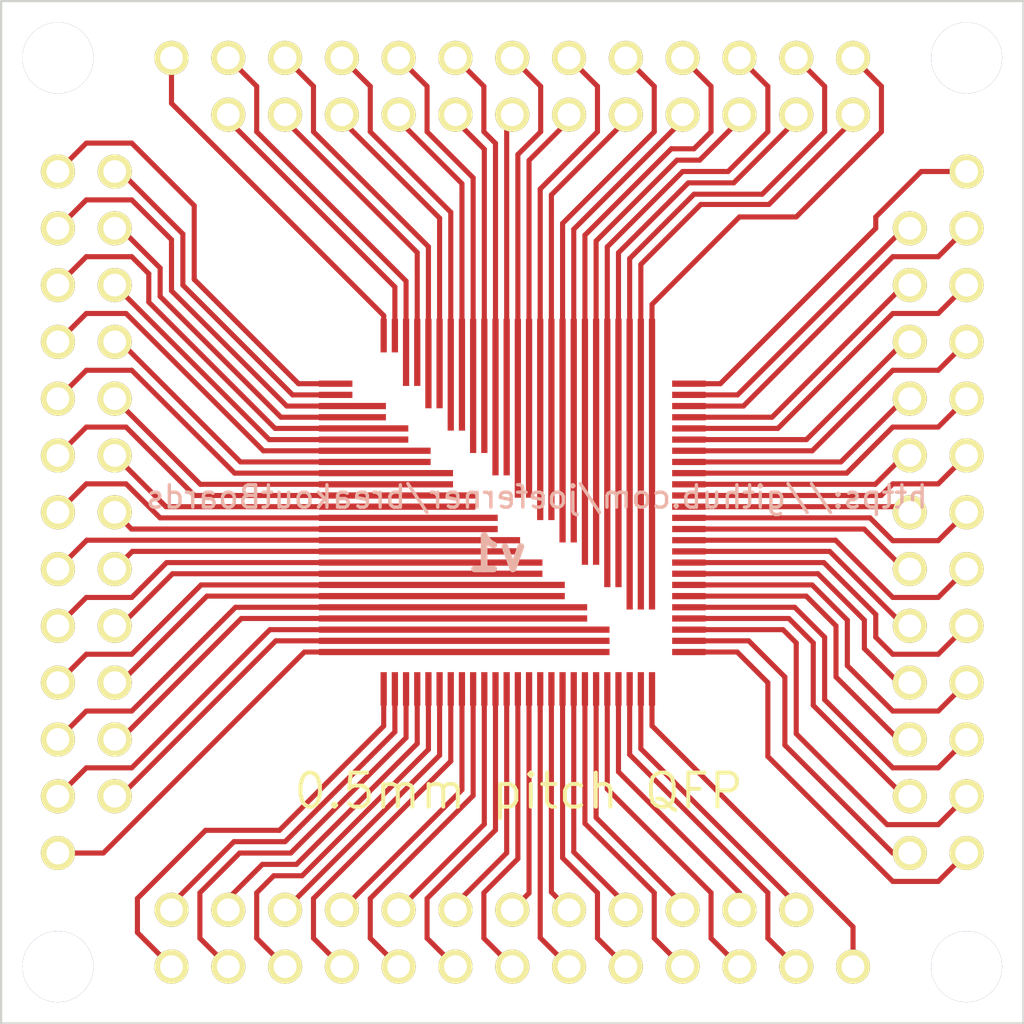
<source format=kicad_pcb>
(kicad_pcb (version 3) (host pcbnew "(2013-mar-13)-testing")

  (general
    (links 100)
    (no_connects 0)
    (area 94.864178 99.1964 150.555822 147.8086)
    (thickness 1.6)
    (drawings 7)
    (tracks 386)
    (zones 0)
    (modules 9)
    (nets 101)
  )

  (page A3)
  (layers
    (15 F.Cu signal)
    (0 B.Cu signal)
    (16 B.Adhes user)
    (17 F.Adhes user)
    (18 B.Paste user)
    (19 F.Paste user)
    (20 B.SilkS user)
    (21 F.SilkS user)
    (22 B.Mask user)
    (23 F.Mask user)
    (24 Dwgs.User user)
    (25 Cmts.User user)
    (26 Eco1.User user)
    (27 Eco2.User user)
    (28 Edge.Cuts user)
  )

  (setup
    (last_trace_width 0.2286)
    (trace_clearance 0.2286)
    (zone_clearance 0.508)
    (zone_45_only no)
    (trace_min 0.2032)
    (segment_width 0.2)
    (edge_width 0.1)
    (via_size 0.889)
    (via_drill 0.635)
    (via_min_size 0.889)
    (via_min_drill 0.508)
    (uvia_size 0.508)
    (uvia_drill 0.127)
    (uvias_allowed no)
    (uvia_min_size 0.508)
    (uvia_min_drill 0.127)
    (pcb_text_width 0.3)
    (pcb_text_size 1.5 1.5)
    (mod_edge_width 0.15)
    (mod_text_size 1 1)
    (mod_text_width 0.15)
    (pad_size 3.175 3.175)
    (pad_drill 3.175)
    (pad_to_mask_clearance 0)
    (aux_axis_origin 100 100)
    (visible_elements FFFFFF3F)
    (pcbplotparams
      (layerselection 3178497)
      (usegerberextensions true)
      (excludeedgelayer true)
      (linewidth 152400)
      (plotframeref false)
      (viasonmask false)
      (mode 1)
      (useauxorigin false)
      (hpglpennumber 1)
      (hpglpenspeed 20)
      (hpglpendiameter 15)
      (hpglpenoverlay 2)
      (psnegative false)
      (psa4output false)
      (plotreference true)
      (plotvalue true)
      (plotothertext true)
      (plotinvisibletext false)
      (padsonsilk false)
      (subtractmaskfromsilk false)
      (outputformat 1)
      (mirror false)
      (drillshape 0)
      (scaleselection 1)
      (outputdirectory ""))
  )

  (net 0 "")
  (net 1 N-000001)
  (net 2 N-0000010)
  (net 3 N-00000100)
  (net 4 N-0000011)
  (net 5 N-0000012)
  (net 6 N-0000013)
  (net 7 N-0000014)
  (net 8 N-0000015)
  (net 9 N-0000016)
  (net 10 N-0000017)
  (net 11 N-0000018)
  (net 12 N-0000019)
  (net 13 N-000002)
  (net 14 N-0000020)
  (net 15 N-0000021)
  (net 16 N-0000022)
  (net 17 N-0000023)
  (net 18 N-0000024)
  (net 19 N-0000025)
  (net 20 N-0000026)
  (net 21 N-0000027)
  (net 22 N-0000028)
  (net 23 N-0000029)
  (net 24 N-000003)
  (net 25 N-0000030)
  (net 26 N-0000031)
  (net 27 N-0000032)
  (net 28 N-0000033)
  (net 29 N-0000034)
  (net 30 N-0000035)
  (net 31 N-0000036)
  (net 32 N-0000037)
  (net 33 N-0000038)
  (net 34 N-0000039)
  (net 35 N-000004)
  (net 36 N-0000040)
  (net 37 N-0000041)
  (net 38 N-0000042)
  (net 39 N-0000043)
  (net 40 N-0000044)
  (net 41 N-0000045)
  (net 42 N-0000046)
  (net 43 N-0000047)
  (net 44 N-0000048)
  (net 45 N-0000049)
  (net 46 N-000005)
  (net 47 N-0000050)
  (net 48 N-0000051)
  (net 49 N-0000052)
  (net 50 N-0000053)
  (net 51 N-0000054)
  (net 52 N-0000055)
  (net 53 N-0000056)
  (net 54 N-0000057)
  (net 55 N-0000058)
  (net 56 N-0000059)
  (net 57 N-000006)
  (net 58 N-0000060)
  (net 59 N-0000061)
  (net 60 N-0000062)
  (net 61 N-0000063)
  (net 62 N-0000064)
  (net 63 N-0000065)
  (net 64 N-0000066)
  (net 65 N-0000067)
  (net 66 N-0000068)
  (net 67 N-0000069)
  (net 68 N-000007)
  (net 69 N-0000070)
  (net 70 N-0000071)
  (net 71 N-0000072)
  (net 72 N-0000073)
  (net 73 N-0000074)
  (net 74 N-0000075)
  (net 75 N-0000076)
  (net 76 N-0000077)
  (net 77 N-0000078)
  (net 78 N-0000079)
  (net 79 N-000008)
  (net 80 N-0000080)
  (net 81 N-0000081)
  (net 82 N-0000082)
  (net 83 N-0000083)
  (net 84 N-0000084)
  (net 85 N-0000085)
  (net 86 N-0000086)
  (net 87 N-0000087)
  (net 88 N-0000088)
  (net 89 N-0000089)
  (net 90 N-000009)
  (net 91 N-0000090)
  (net 92 N-0000091)
  (net 93 N-0000092)
  (net 94 N-0000093)
  (net 95 N-0000094)
  (net 96 N-0000095)
  (net 97 N-0000096)
  (net 98 N-0000097)
  (net 99 N-0000098)
  (net 100 N-0000099)

  (net_class Default "This is the default net class."
    (clearance 0.2286)
    (trace_width 0.2286)
    (via_dia 0.889)
    (via_drill 0.635)
    (uvia_dia 0.508)
    (uvia_drill 0.127)
    (add_net "")
    (add_net N-000001)
    (add_net N-0000010)
    (add_net N-00000100)
    (add_net N-0000011)
    (add_net N-0000012)
    (add_net N-0000013)
    (add_net N-0000014)
    (add_net N-0000015)
    (add_net N-0000016)
    (add_net N-0000017)
    (add_net N-0000018)
    (add_net N-0000019)
    (add_net N-000002)
    (add_net N-0000020)
    (add_net N-0000021)
    (add_net N-0000022)
    (add_net N-0000023)
    (add_net N-0000024)
    (add_net N-0000025)
    (add_net N-0000026)
    (add_net N-0000027)
    (add_net N-0000028)
    (add_net N-0000029)
    (add_net N-000003)
    (add_net N-0000030)
    (add_net N-0000031)
    (add_net N-0000032)
    (add_net N-0000033)
    (add_net N-0000034)
    (add_net N-0000035)
    (add_net N-0000036)
    (add_net N-0000037)
    (add_net N-0000038)
    (add_net N-0000039)
    (add_net N-000004)
    (add_net N-0000040)
    (add_net N-0000041)
    (add_net N-0000042)
    (add_net N-0000043)
    (add_net N-0000044)
    (add_net N-0000045)
    (add_net N-0000046)
    (add_net N-0000047)
    (add_net N-0000048)
    (add_net N-0000049)
    (add_net N-000005)
    (add_net N-0000050)
    (add_net N-0000051)
    (add_net N-0000052)
    (add_net N-0000053)
    (add_net N-0000054)
    (add_net N-0000055)
    (add_net N-0000056)
    (add_net N-0000057)
    (add_net N-0000058)
    (add_net N-0000059)
    (add_net N-000006)
    (add_net N-0000060)
    (add_net N-0000061)
    (add_net N-0000062)
    (add_net N-0000063)
    (add_net N-0000064)
    (add_net N-0000065)
    (add_net N-0000066)
    (add_net N-0000067)
    (add_net N-0000068)
    (add_net N-0000069)
    (add_net N-000007)
    (add_net N-0000070)
    (add_net N-0000071)
    (add_net N-0000072)
    (add_net N-0000073)
    (add_net N-0000074)
    (add_net N-0000075)
    (add_net N-0000076)
    (add_net N-0000077)
    (add_net N-0000078)
    (add_net N-0000079)
    (add_net N-000008)
    (add_net N-0000080)
    (add_net N-0000081)
    (add_net N-0000082)
    (add_net N-0000083)
    (add_net N-0000084)
    (add_net N-0000085)
    (add_net N-0000086)
    (add_net N-0000087)
    (add_net N-0000088)
    (add_net N-0000089)
    (add_net N-000009)
    (add_net N-0000090)
    (add_net N-0000091)
    (add_net N-0000092)
    (add_net N-0000093)
    (add_net N-0000094)
    (add_net N-0000095)
    (add_net N-0000096)
    (add_net N-0000097)
    (add_net N-0000098)
    (add_net N-0000099)
  )

  (module PIN_ARRAY_12_13 (layer F.Cu) (tedit 515E4F81) (tstamp 515E453F)
    (at 122.86 102.54 270)
    (path /515E2541)
    (fp_text reference J4 (at 5.08 5.08 360) (layer F.SilkS) hide
      (effects (font (size 1 1) (thickness 0.15)))
    )
    (fp_text value CONN_25X1 (at -2.54 10.16 360) (layer F.SilkS) hide
      (effects (font (size 1 1) (thickness 0.15)))
    )
    (pad 1 thru_hole circle (at 0 -15.24 270) (size 1.524 1.524) (drill 1.016)
      (layers *.Cu *.Mask F.SilkS)
      (net 9 N-0000016)
    )
    (pad 2 thru_hole circle (at 2.54 -15.24 270) (size 1.524 1.524) (drill 1.016)
      (layers *.Cu *.Mask F.SilkS)
      (net 10 N-0000017)
    )
    (pad 3 thru_hole circle (at 0 -12.7 270) (size 1.524 1.524) (drill 1.016)
      (layers *.Cu *.Mask F.SilkS)
      (net 11 N-0000018)
    )
    (pad 4 thru_hole circle (at 2.54 -12.7 270) (size 1.524 1.524) (drill 1.016)
      (layers *.Cu *.Mask F.SilkS)
      (net 12 N-0000019)
    )
    (pad 5 thru_hole circle (at 0 -10.16 270) (size 1.524 1.524) (drill 1.016)
      (layers *.Cu *.Mask F.SilkS)
      (net 14 N-0000020)
    )
    (pad 6 thru_hole circle (at 2.54 -10.16 270) (size 1.524 1.524) (drill 1.016)
      (layers *.Cu *.Mask F.SilkS)
      (net 15 N-0000021)
    )
    (pad 7 thru_hole circle (at 0 -7.62 270) (size 1.524 1.524) (drill 1.016)
      (layers *.Cu *.Mask F.SilkS)
      (net 16 N-0000022)
    )
    (pad 8 thru_hole circle (at 2.54 -7.62 270) (size 1.524 1.524) (drill 1.016)
      (layers *.Cu *.Mask F.SilkS)
      (net 17 N-0000023)
    )
    (pad 9 thru_hole circle (at 0 -5.08 270) (size 1.524 1.524) (drill 1.016)
      (layers *.Cu *.Mask F.SilkS)
      (net 18 N-0000024)
    )
    (pad 10 thru_hole circle (at 2.54 -5.08 270) (size 1.524 1.524) (drill 1.016)
      (layers *.Cu *.Mask F.SilkS)
      (net 8 N-0000015)
    )
    (pad 11 thru_hole circle (at 0 -2.54 270) (size 1.524 1.524) (drill 1.016)
      (layers *.Cu *.Mask F.SilkS)
      (net 19 N-0000025)
    )
    (pad 12 thru_hole circle (at 2.54 -2.54 270) (size 1.524 1.524) (drill 1.016)
      (layers *.Cu *.Mask F.SilkS)
      (net 7 N-0000014)
    )
    (pad 13 thru_hole circle (at 0 0 270) (size 1.524 1.524) (drill 1.016)
      (layers *.Cu *.Mask F.SilkS)
      (net 6 N-0000013)
    )
    (pad 14 thru_hole circle (at 2.54 0 270) (size 1.524 1.524) (drill 1.016)
      (layers *.Cu *.Mask F.SilkS)
      (net 5 N-0000012)
    )
    (pad 15 thru_hole circle (at 0 2.54 270) (size 1.524 1.524) (drill 1.016)
      (layers *.Cu *.Mask F.SilkS)
      (net 4 N-0000011)
    )
    (pad 16 thru_hole circle (at 2.54 2.54 270) (size 1.524 1.524) (drill 1.016)
      (layers *.Cu *.Mask F.SilkS)
      (net 1 N-000001)
    )
    (pad 17 thru_hole circle (at 0 5.08 270) (size 1.524 1.524) (drill 1.016)
      (layers *.Cu *.Mask F.SilkS)
      (net 2 N-0000010)
    )
    (pad 18 thru_hole circle (at 2.54 5.08 270) (size 1.524 1.524) (drill 1.016)
      (layers *.Cu *.Mask F.SilkS)
      (net 90 N-000009)
    )
    (pad 19 thru_hole circle (at 0 7.62 270) (size 1.524 1.524) (drill 1.016)
      (layers *.Cu *.Mask F.SilkS)
      (net 79 N-000008)
    )
    (pad 20 thru_hole circle (at 2.54 7.62 270) (size 1.524 1.524) (drill 1.016)
      (layers *.Cu *.Mask F.SilkS)
      (net 13 N-000002)
    )
    (pad 21 thru_hole circle (at 0 10.16 270) (size 1.524 1.524) (drill 1.016)
      (layers *.Cu *.Mask F.SilkS)
      (net 24 N-000003)
    )
    (pad 22 thru_hole circle (at 2.54 10.16 270) (size 1.524 1.524) (drill 1.016)
      (layers *.Cu *.Mask F.SilkS)
      (net 35 N-000004)
    )
    (pad 23 thru_hole circle (at 0 12.7 270) (size 1.524 1.524) (drill 1.016)
      (layers *.Cu *.Mask F.SilkS)
      (net 46 N-000005)
    )
    (pad 24 thru_hole circle (at 2.54 12.7 270) (size 1.524 1.524) (drill 1.016)
      (layers *.Cu *.Mask F.SilkS)
      (net 57 N-000006)
    )
    (pad 25 thru_hole circle (at 0 15.24 270) (size 1.524 1.524) (drill 1.016)
      (layers *.Cu *.Mask F.SilkS)
      (net 68 N-000007)
    )
  )

  (module PIN_ARRAY_12_13 (layer F.Cu) (tedit 515E4F77) (tstamp 515E4522)
    (at 143.18 122.86 180)
    (path /515E2532)
    (fp_text reference J3 (at 5.08 5.08 270) (layer F.SilkS) hide
      (effects (font (size 1 1) (thickness 0.15)))
    )
    (fp_text value CONN_25X1 (at -2.54 10.16 270) (layer F.SilkS) hide
      (effects (font (size 1 1) (thickness 0.15)))
    )
    (pad 1 thru_hole circle (at 0 -15.24 180) (size 1.524 1.524) (drill 1.016)
      (layers *.Cu *.Mask F.SilkS)
      (net 49 N-0000052)
    )
    (pad 2 thru_hole circle (at 2.54 -15.24 180) (size 1.524 1.524) (drill 1.016)
      (layers *.Cu *.Mask F.SilkS)
      (net 40 N-0000044)
    )
    (pad 3 thru_hole circle (at 0 -12.7 180) (size 1.524 1.524) (drill 1.016)
      (layers *.Cu *.Mask F.SilkS)
      (net 39 N-0000043)
    )
    (pad 4 thru_hole circle (at 2.54 -12.7 180) (size 1.524 1.524) (drill 1.016)
      (layers *.Cu *.Mask F.SilkS)
      (net 38 N-0000042)
    )
    (pad 5 thru_hole circle (at 0 -10.16 180) (size 1.524 1.524) (drill 1.016)
      (layers *.Cu *.Mask F.SilkS)
      (net 37 N-0000041)
    )
    (pad 6 thru_hole circle (at 2.54 -10.16 180) (size 1.524 1.524) (drill 1.016)
      (layers *.Cu *.Mask F.SilkS)
      (net 36 N-0000040)
    )
    (pad 7 thru_hole circle (at 0 -7.62 180) (size 1.524 1.524) (drill 1.016)
      (layers *.Cu *.Mask F.SilkS)
      (net 34 N-0000039)
    )
    (pad 8 thru_hole circle (at 2.54 -7.62 180) (size 1.524 1.524) (drill 1.016)
      (layers *.Cu *.Mask F.SilkS)
      (net 33 N-0000038)
    )
    (pad 9 thru_hole circle (at 0 -5.08 180) (size 1.524 1.524) (drill 1.016)
      (layers *.Cu *.Mask F.SilkS)
      (net 32 N-0000037)
    )
    (pad 10 thru_hole circle (at 2.54 -5.08 180) (size 1.524 1.524) (drill 1.016)
      (layers *.Cu *.Mask F.SilkS)
      (net 20 N-0000026)
    )
    (pad 11 thru_hole circle (at 0 -2.54 180) (size 1.524 1.524) (drill 1.016)
      (layers *.Cu *.Mask F.SilkS)
      (net 29 N-0000034)
    )
    (pad 12 thru_hole circle (at 2.54 -2.54 180) (size 1.524 1.524) (drill 1.016)
      (layers *.Cu *.Mask F.SilkS)
      (net 27 N-0000032)
    )
    (pad 13 thru_hole circle (at 0 0 180) (size 1.524 1.524) (drill 1.016)
      (layers *.Cu *.Mask F.SilkS)
      (net 25 N-0000030)
    )
    (pad 14 thru_hole circle (at 2.54 0 180) (size 1.524 1.524) (drill 1.016)
      (layers *.Cu *.Mask F.SilkS)
      (net 22 N-0000028)
    )
    (pad 15 thru_hole circle (at 0 2.54 180) (size 1.524 1.524) (drill 1.016)
      (layers *.Cu *.Mask F.SilkS)
      (net 31 N-0000036)
    )
    (pad 16 thru_hole circle (at 2.54 2.54 180) (size 1.524 1.524) (drill 1.016)
      (layers *.Cu *.Mask F.SilkS)
      (net 45 N-0000049)
    )
    (pad 17 thru_hole circle (at 0 5.08 180) (size 1.524 1.524) (drill 1.016)
      (layers *.Cu *.Mask F.SilkS)
      (net 44 N-0000048)
    )
    (pad 18 thru_hole circle (at 2.54 5.08 180) (size 1.524 1.524) (drill 1.016)
      (layers *.Cu *.Mask F.SilkS)
      (net 43 N-0000047)
    )
    (pad 19 thru_hole circle (at 0 7.62 180) (size 1.524 1.524) (drill 1.016)
      (layers *.Cu *.Mask F.SilkS)
      (net 42 N-0000046)
    )
    (pad 20 thru_hole circle (at 2.54 7.62 180) (size 1.524 1.524) (drill 1.016)
      (layers *.Cu *.Mask F.SilkS)
      (net 30 N-0000035)
    )
    (pad 21 thru_hole circle (at 0 10.16 180) (size 1.524 1.524) (drill 1.016)
      (layers *.Cu *.Mask F.SilkS)
      (net 28 N-0000033)
    )
    (pad 22 thru_hole circle (at 2.54 10.16 180) (size 1.524 1.524) (drill 1.016)
      (layers *.Cu *.Mask F.SilkS)
      (net 26 N-0000031)
    )
    (pad 23 thru_hole circle (at 0 12.7 180) (size 1.524 1.524) (drill 1.016)
      (layers *.Cu *.Mask F.SilkS)
      (net 23 N-0000029)
    )
    (pad 24 thru_hole circle (at 2.54 12.7 180) (size 1.524 1.524) (drill 1.016)
      (layers *.Cu *.Mask F.SilkS)
      (net 21 N-0000027)
    )
    (pad 25 thru_hole circle (at 0 15.24 180) (size 1.524 1.524) (drill 1.016)
      (layers *.Cu *.Mask F.SilkS)
      (net 47 N-0000050)
    )
  )

  (module PIN_ARRAY_12_13 (layer F.Cu) (tedit 515E4F65) (tstamp 515E4505)
    (at 122.86 143.18 90)
    (path /515E2523)
    (fp_text reference J2 (at 5.08 5.08 180) (layer F.SilkS) hide
      (effects (font (size 1 1) (thickness 0.15)))
    )
    (fp_text value CONN_25X1 (at -2.54 10.16 180) (layer F.SilkS) hide
      (effects (font (size 1 1) (thickness 0.15)))
    )
    (pad 1 thru_hole circle (at 0 -15.24 90) (size 1.524 1.524) (drill 1.016)
      (layers *.Cu *.Mask F.SilkS)
      (net 96 N-0000095)
    )
    (pad 2 thru_hole circle (at 2.54 -15.24 90) (size 1.524 1.524) (drill 1.016)
      (layers *.Cu *.Mask F.SilkS)
      (net 95 N-0000094)
    )
    (pad 3 thru_hole circle (at 0 -12.7 90) (size 1.524 1.524) (drill 1.016)
      (layers *.Cu *.Mask F.SilkS)
      (net 94 N-0000093)
    )
    (pad 4 thru_hole circle (at 2.54 -12.7 90) (size 1.524 1.524) (drill 1.016)
      (layers *.Cu *.Mask F.SilkS)
      (net 84 N-0000084)
    )
    (pad 5 thru_hole circle (at 0 -10.16 90) (size 1.524 1.524) (drill 1.016)
      (layers *.Cu *.Mask F.SilkS)
      (net 93 N-0000092)
    )
    (pad 6 thru_hole circle (at 2.54 -10.16 90) (size 1.524 1.524) (drill 1.016)
      (layers *.Cu *.Mask F.SilkS)
      (net 92 N-0000091)
    )
    (pad 7 thru_hole circle (at 0 -7.62 90) (size 1.524 1.524) (drill 1.016)
      (layers *.Cu *.Mask F.SilkS)
      (net 91 N-0000090)
    )
    (pad 8 thru_hole circle (at 2.54 -7.62 90) (size 1.524 1.524) (drill 1.016)
      (layers *.Cu *.Mask F.SilkS)
      (net 89 N-0000089)
    )
    (pad 9 thru_hole circle (at 0 -5.08 90) (size 1.524 1.524) (drill 1.016)
      (layers *.Cu *.Mask F.SilkS)
      (net 88 N-0000088)
    )
    (pad 10 thru_hole circle (at 2.54 -5.08 90) (size 1.524 1.524) (drill 1.016)
      (layers *.Cu *.Mask F.SilkS)
      (net 87 N-0000087)
    )
    (pad 11 thru_hole circle (at 0 -2.54 90) (size 1.524 1.524) (drill 1.016)
      (layers *.Cu *.Mask F.SilkS)
      (net 86 N-0000086)
    )
    (pad 12 thru_hole circle (at 2.54 -2.54 90) (size 1.524 1.524) (drill 1.016)
      (layers *.Cu *.Mask F.SilkS)
      (net 85 N-0000085)
    )
    (pad 13 thru_hole circle (at 0 0 90) (size 1.524 1.524) (drill 1.016)
      (layers *.Cu *.Mask F.SilkS)
      (net 62 N-0000064)
    )
    (pad 14 thru_hole circle (at 2.54 0 90) (size 1.524 1.524) (drill 1.016)
      (layers *.Cu *.Mask F.SilkS)
      (net 61 N-0000063)
    )
    (pad 15 thru_hole circle (at 0 2.54 90) (size 1.524 1.524) (drill 1.016)
      (layers *.Cu *.Mask F.SilkS)
      (net 60 N-0000062)
    )
    (pad 16 thru_hole circle (at 2.54 2.54 90) (size 1.524 1.524) (drill 1.016)
      (layers *.Cu *.Mask F.SilkS)
      (net 59 N-0000061)
    )
    (pad 17 thru_hole circle (at 0 5.08 90) (size 1.524 1.524) (drill 1.016)
      (layers *.Cu *.Mask F.SilkS)
      (net 58 N-0000060)
    )
    (pad 18 thru_hole circle (at 2.54 5.08 90) (size 1.524 1.524) (drill 1.016)
      (layers *.Cu *.Mask F.SilkS)
      (net 56 N-0000059)
    )
    (pad 19 thru_hole circle (at 0 7.62 90) (size 1.524 1.524) (drill 1.016)
      (layers *.Cu *.Mask F.SilkS)
      (net 55 N-0000058)
    )
    (pad 20 thru_hole circle (at 2.54 7.62 90) (size 1.524 1.524) (drill 1.016)
      (layers *.Cu *.Mask F.SilkS)
      (net 54 N-0000057)
    )
    (pad 21 thru_hole circle (at 0 10.16 90) (size 1.524 1.524) (drill 1.016)
      (layers *.Cu *.Mask F.SilkS)
      (net 53 N-0000056)
    )
    (pad 22 thru_hole circle (at 2.54 10.16 90) (size 1.524 1.524) (drill 1.016)
      (layers *.Cu *.Mask F.SilkS)
      (net 48 N-0000051)
    )
    (pad 23 thru_hole circle (at 0 12.7 90) (size 1.524 1.524) (drill 1.016)
      (layers *.Cu *.Mask F.SilkS)
      (net 52 N-0000055)
    )
    (pad 24 thru_hole circle (at 2.54 12.7 90) (size 1.524 1.524) (drill 1.016)
      (layers *.Cu *.Mask F.SilkS)
      (net 51 N-0000054)
    )
    (pad 25 thru_hole circle (at 0 15.24 90) (size 1.524 1.524) (drill 1.016)
      (layers *.Cu *.Mask F.SilkS)
      (net 50 N-0000053)
    )
  )

  (module PIN_ARRAY_12_13 (layer F.Cu) (tedit 515E4F6C) (tstamp 515E44E8)
    (at 102.54 122.86)
    (path /515E2514)
    (fp_text reference J1 (at 5.08 5.08 90) (layer F.SilkS) hide
      (effects (font (size 1 1) (thickness 0.15)))
    )
    (fp_text value CONN_25X1 (at -2.54 10.16 90) (layer F.SilkS) hide
      (effects (font (size 1 1) (thickness 0.15)))
    )
    (pad 1 thru_hole circle (at 0 -15.24) (size 1.524 1.524) (drill 1.016)
      (layers *.Cu *.Mask F.SilkS)
      (net 41 N-0000045)
    )
    (pad 2 thru_hole circle (at 2.54 -15.24) (size 1.524 1.524) (drill 1.016)
      (layers *.Cu *.Mask F.SilkS)
      (net 83 N-0000083)
    )
    (pad 3 thru_hole circle (at 0 -12.7) (size 1.524 1.524) (drill 1.016)
      (layers *.Cu *.Mask F.SilkS)
      (net 82 N-0000082)
    )
    (pad 4 thru_hole circle (at 2.54 -12.7) (size 1.524 1.524) (drill 1.016)
      (layers *.Cu *.Mask F.SilkS)
      (net 81 N-0000081)
    )
    (pad 5 thru_hole circle (at 0 -10.16) (size 1.524 1.524) (drill 1.016)
      (layers *.Cu *.Mask F.SilkS)
      (net 80 N-0000080)
    )
    (pad 6 thru_hole circle (at 2.54 -10.16) (size 1.524 1.524) (drill 1.016)
      (layers *.Cu *.Mask F.SilkS)
      (net 78 N-0000079)
    )
    (pad 7 thru_hole circle (at 0 -7.62) (size 1.524 1.524) (drill 1.016)
      (layers *.Cu *.Mask F.SilkS)
      (net 77 N-0000078)
    )
    (pad 8 thru_hole circle (at 2.54 -7.62) (size 1.524 1.524) (drill 1.016)
      (layers *.Cu *.Mask F.SilkS)
      (net 76 N-0000077)
    )
    (pad 9 thru_hole circle (at 0 -5.08) (size 1.524 1.524) (drill 1.016)
      (layers *.Cu *.Mask F.SilkS)
      (net 75 N-0000076)
    )
    (pad 10 thru_hole circle (at 2.54 -5.08) (size 1.524 1.524) (drill 1.016)
      (layers *.Cu *.Mask F.SilkS)
      (net 63 N-0000065)
    )
    (pad 11 thru_hole circle (at 0 -2.54) (size 1.524 1.524) (drill 1.016)
      (layers *.Cu *.Mask F.SilkS)
      (net 73 N-0000074)
    )
    (pad 12 thru_hole circle (at 2.54 -2.54) (size 1.524 1.524) (drill 1.016)
      (layers *.Cu *.Mask F.SilkS)
      (net 72 N-0000073)
    )
    (pad 13 thru_hole circle (at 0 0) (size 1.524 1.524) (drill 1.016)
      (layers *.Cu *.Mask F.SilkS)
      (net 71 N-0000072)
    )
    (pad 14 thru_hole circle (at 2.54 0) (size 1.524 1.524) (drill 1.016)
      (layers *.Cu *.Mask F.SilkS)
      (net 70 N-0000071)
    )
    (pad 15 thru_hole circle (at 0 2.54) (size 1.524 1.524) (drill 1.016)
      (layers *.Cu *.Mask F.SilkS)
      (net 69 N-0000070)
    )
    (pad 16 thru_hole circle (at 2.54 2.54) (size 1.524 1.524) (drill 1.016)
      (layers *.Cu *.Mask F.SilkS)
      (net 67 N-0000069)
    )
    (pad 17 thru_hole circle (at 0 5.08) (size 1.524 1.524) (drill 1.016)
      (layers *.Cu *.Mask F.SilkS)
      (net 66 N-0000068)
    )
    (pad 18 thru_hole circle (at 2.54 5.08) (size 1.524 1.524) (drill 1.016)
      (layers *.Cu *.Mask F.SilkS)
      (net 65 N-0000067)
    )
    (pad 19 thru_hole circle (at 0 7.62) (size 1.524 1.524) (drill 1.016)
      (layers *.Cu *.Mask F.SilkS)
      (net 64 N-0000066)
    )
    (pad 20 thru_hole circle (at 2.54 7.62) (size 1.524 1.524) (drill 1.016)
      (layers *.Cu *.Mask F.SilkS)
      (net 74 N-0000075)
    )
    (pad 21 thru_hole circle (at 0 10.16) (size 1.524 1.524) (drill 1.016)
      (layers *.Cu *.Mask F.SilkS)
      (net 3 N-00000100)
    )
    (pad 22 thru_hole circle (at 2.54 10.16) (size 1.524 1.524) (drill 1.016)
      (layers *.Cu *.Mask F.SilkS)
      (net 100 N-0000099)
    )
    (pad 23 thru_hole circle (at 0 12.7) (size 1.524 1.524) (drill 1.016)
      (layers *.Cu *.Mask F.SilkS)
      (net 99 N-0000098)
    )
    (pad 24 thru_hole circle (at 2.54 12.7) (size 1.524 1.524) (drill 1.016)
      (layers *.Cu *.Mask F.SilkS)
      (net 98 N-0000097)
    )
    (pad 25 thru_hole circle (at 0 15.24) (size 1.524 1.524) (drill 1.016)
      (layers *.Cu *.Mask F.SilkS)
      (net 97 N-0000096)
    )
  )

  (module QFP0.5mm (layer F.Cu) (tedit 515F718F) (tstamp 515E44CB)
    (at 122.86 122.86)
    (path /515E20D1)
    (clearance 0.2)
    (fp_text reference U1 (at -1.2 10.1) (layer F.SilkS) hide
      (effects (font (size 1 1) (thickness 0.15)))
    )
    (fp_text value 100PIN (at -4.1 -9.6) (layer F.SilkS) hide
      (effects (font (size 1 1) (thickness 0.15)))
    )
    (pad 1 smd rect (at -7.9 -5.75) (size 1.5 0.28)
      (layers F.Cu F.Paste F.Mask)
      (net 41 N-0000045)
    )
    (pad 2 smd rect (at -7.9 -5.25) (size 1.5 0.28)
      (layers F.Cu F.Paste F.Mask)
      (net 83 N-0000083)
    )
    (pad 3 smd rect (at -7.15 -4.75) (size 3 0.28)
      (layers F.Cu F.Paste F.Mask)
      (net 82 N-0000082)
    )
    (pad 4 smd rect (at -7.15 -4.25) (size 3 0.28)
      (layers F.Cu F.Paste F.Mask)
      (net 81 N-0000081)
    )
    (pad 5 smd rect (at -6.65 -3.75) (size 4 0.28)
      (layers F.Cu F.Paste F.Mask)
      (net 80 N-0000080)
    )
    (pad 6 smd rect (at -6.65 -3.25) (size 4 0.28)
      (layers F.Cu F.Paste F.Mask)
      (net 78 N-0000079)
    )
    (pad 7 smd rect (at -6.15 -2.75) (size 5 0.28)
      (layers F.Cu F.Paste F.Mask)
      (net 77 N-0000078)
    )
    (pad 8 smd rect (at -6.15 -2.25) (size 5 0.28)
      (layers F.Cu F.Paste F.Mask)
      (net 76 N-0000077)
    )
    (pad 9 smd rect (at -5.65 -1.75) (size 6 0.28)
      (layers F.Cu F.Paste F.Mask)
      (net 75 N-0000076)
    )
    (pad 10 smd rect (at -5.65 -1.25) (size 6 0.28)
      (layers F.Cu F.Paste F.Mask)
      (net 63 N-0000065)
    )
    (pad 11 smd rect (at -5.15 -0.75) (size 7 0.28)
      (layers F.Cu F.Paste F.Mask)
      (net 73 N-0000074)
    )
    (pad 12 smd rect (at -5.15 -0.25) (size 7 0.28)
      (layers F.Cu F.Paste F.Mask)
      (net 72 N-0000073)
    )
    (pad 13 smd rect (at -4.65 0.25) (size 8 0.28)
      (layers F.Cu F.Paste F.Mask)
      (net 71 N-0000072)
    )
    (pad 14 smd rect (at -4.65 0.75) (size 8 0.28)
      (layers F.Cu F.Paste F.Mask)
      (net 70 N-0000071)
    )
    (pad 15 smd rect (at -4.15 1.25) (size 9 0.28)
      (layers F.Cu F.Paste F.Mask)
      (net 69 N-0000070)
    )
    (pad 16 smd rect (at -4.15 1.75) (size 9 0.28)
      (layers F.Cu F.Paste F.Mask)
      (net 67 N-0000069)
    )
    (pad 17 smd rect (at -3.65 2.25) (size 10 0.28)
      (layers F.Cu F.Paste F.Mask)
      (net 66 N-0000068)
    )
    (pad 18 smd rect (at -3.65 2.75) (size 10 0.28)
      (layers F.Cu F.Paste F.Mask)
      (net 65 N-0000067)
    )
    (pad 19 smd rect (at -3.15 3.25) (size 11 0.28)
      (layers F.Cu F.Paste F.Mask)
      (net 64 N-0000066)
    )
    (pad 20 smd rect (at -3.15 3.75) (size 11 0.28)
      (layers F.Cu F.Paste F.Mask)
      (net 74 N-0000075)
    )
    (pad 21 smd rect (at -2.65 4.25) (size 12 0.28)
      (layers F.Cu F.Paste F.Mask)
      (net 3 N-00000100)
    )
    (pad 22 smd rect (at -2.65 4.75) (size 12 0.28)
      (layers F.Cu F.Paste F.Mask)
      (net 100 N-0000099)
    )
    (pad 23 smd rect (at -2.15 5.25) (size 13 0.28)
      (layers F.Cu F.Paste F.Mask)
      (net 99 N-0000098)
    )
    (pad 24 smd rect (at -2.15 5.75) (size 13 0.28)
      (layers F.Cu F.Paste F.Mask)
      (net 98 N-0000097)
    )
    (pad 25 smd rect (at -2.15 6.25) (size 13 0.28)
      (layers F.Cu F.Paste F.Mask)
      (net 97 N-0000096)
    )
    (pad 26 smd rect (at -5.75 7.9) (size 0.28 1.5)
      (layers F.Cu F.Paste F.Mask)
      (net 96 N-0000095)
    )
    (pad 27 smd rect (at -5.25 7.9) (size 0.28 1.5)
      (layers F.Cu F.Paste F.Mask)
      (net 95 N-0000094)
    )
    (pad 28 smd rect (at -4.75 7.9) (size 0.28 1.5)
      (layers F.Cu F.Paste F.Mask)
      (net 94 N-0000093)
    )
    (pad 29 smd rect (at -4.25 7.9) (size 0.28 1.5)
      (layers F.Cu F.Paste F.Mask)
      (net 84 N-0000084)
    )
    (pad 30 smd rect (at -3.75 7.9) (size 0.28 1.5)
      (layers F.Cu F.Paste F.Mask)
      (net 93 N-0000092)
    )
    (pad 31 smd rect (at -3.25 7.9) (size 0.28 1.5)
      (layers F.Cu F.Paste F.Mask)
      (net 92 N-0000091)
    )
    (pad 32 smd rect (at -2.75 7.9) (size 0.28 1.5)
      (layers F.Cu F.Paste F.Mask)
      (net 91 N-0000090)
    )
    (pad 33 smd rect (at -2.25 7.9) (size 0.28 1.5)
      (layers F.Cu F.Paste F.Mask)
      (net 89 N-0000089)
    )
    (pad 34 smd rect (at -1.75 7.9) (size 0.28 1.5)
      (layers F.Cu F.Paste F.Mask)
      (net 88 N-0000088)
    )
    (pad 35 smd rect (at -1.25 7.9) (size 0.28 1.5)
      (layers F.Cu F.Paste F.Mask)
      (net 87 N-0000087)
    )
    (pad 36 smd rect (at -0.75 7.9) (size 0.28 1.5)
      (layers F.Cu F.Paste F.Mask)
      (net 86 N-0000086)
    )
    (pad 37 smd rect (at -0.25 7.9) (size 0.28 1.5)
      (layers F.Cu F.Paste F.Mask)
      (net 85 N-0000085)
    )
    (pad 38 smd rect (at 0.25 7.9) (size 0.28 1.5)
      (layers F.Cu F.Paste F.Mask)
      (net 62 N-0000064)
    )
    (pad 39 smd rect (at 0.75 7.9) (size 0.28 1.5)
      (layers F.Cu F.Paste F.Mask)
      (net 61 N-0000063)
    )
    (pad 40 smd rect (at 1.25 7.9) (size 0.28 1.5)
      (layers F.Cu F.Paste F.Mask)
      (net 60 N-0000062)
    )
    (pad 41 smd rect (at 1.75 7.9) (size 0.28 1.5)
      (layers F.Cu F.Paste F.Mask)
      (net 59 N-0000061)
    )
    (pad 42 smd rect (at 2.25 7.9) (size 0.28 1.5)
      (layers F.Cu F.Paste F.Mask)
      (net 58 N-0000060)
    )
    (pad 43 smd rect (at 2.75 7.9) (size 0.28 1.5)
      (layers F.Cu F.Paste F.Mask)
      (net 56 N-0000059)
    )
    (pad 44 smd rect (at 3.25 7.9) (size 0.28 1.5)
      (layers F.Cu F.Paste F.Mask)
      (net 55 N-0000058)
    )
    (pad 45 smd rect (at 3.75 7.9) (size 0.28 1.5)
      (layers F.Cu F.Paste F.Mask)
      (net 54 N-0000057)
    )
    (pad 46 smd rect (at 4.25 7.9) (size 0.28 1.5)
      (layers F.Cu F.Paste F.Mask)
      (net 53 N-0000056)
    )
    (pad 47 smd rect (at 4.75 7.9) (size 0.28 1.5)
      (layers F.Cu F.Paste F.Mask)
      (net 48 N-0000051)
    )
    (pad 48 smd rect (at 5.25 7.9) (size 0.28 1.5)
      (layers F.Cu F.Paste F.Mask)
      (net 52 N-0000055)
    )
    (pad 49 smd rect (at 5.75 7.9) (size 0.28 1.5)
      (layers F.Cu F.Paste F.Mask)
      (net 51 N-0000054)
    )
    (pad 52 smd rect (at 7.9 5.75) (size 1.5 0.28)
      (layers F.Cu F.Paste F.Mask)
      (net 40 N-0000044)
    )
    (pad 53 smd rect (at 7.9 5.25) (size 1.5 0.28)
      (layers F.Cu F.Paste F.Mask)
      (net 39 N-0000043)
    )
    (pad 54 smd rect (at 7.9 4.75) (size 1.5 0.28)
      (layers F.Cu F.Paste F.Mask)
      (net 38 N-0000042)
    )
    (pad 55 smd rect (at 7.9 4.25) (size 1.5 0.28)
      (layers F.Cu F.Paste F.Mask)
      (net 37 N-0000041)
    )
    (pad 56 smd rect (at 7.9 3.75) (size 1.5 0.28)
      (layers F.Cu F.Paste F.Mask)
      (net 36 N-0000040)
    )
    (pad 57 smd rect (at 7.9 3.25) (size 1.5 0.28)
      (layers F.Cu F.Paste F.Mask)
      (net 34 N-0000039)
    )
    (pad 58 smd rect (at 7.9 2.75) (size 1.5 0.28)
      (layers F.Cu F.Paste F.Mask)
      (net 33 N-0000038)
    )
    (pad 59 smd rect (at 7.9 2.25) (size 1.5 0.28)
      (layers F.Cu F.Paste F.Mask)
      (net 32 N-0000037)
    )
    (pad 60 smd rect (at 7.9 1.75) (size 1.5 0.28)
      (layers F.Cu F.Paste F.Mask)
      (net 20 N-0000026)
    )
    (pad 61 smd rect (at 7.9 1.25) (size 1.5 0.28)
      (layers F.Cu F.Paste F.Mask)
      (net 29 N-0000034)
    )
    (pad 62 smd rect (at 7.9 0.75) (size 1.5 0.28)
      (layers F.Cu F.Paste F.Mask)
      (net 27 N-0000032)
    )
    (pad 63 smd rect (at 7.9 0.25) (size 1.5 0.28)
      (layers F.Cu F.Paste F.Mask)
      (net 25 N-0000030)
    )
    (pad 64 smd rect (at 7.9 -0.25) (size 1.5 0.28)
      (layers F.Cu F.Paste F.Mask)
      (net 22 N-0000028)
    )
    (pad 65 smd rect (at 7.9 -0.75) (size 1.5 0.28)
      (layers F.Cu F.Paste F.Mask)
      (net 31 N-0000036)
    )
    (pad 66 smd rect (at 7.9 -1.25) (size 1.5 0.28)
      (layers F.Cu F.Paste F.Mask)
      (net 45 N-0000049)
    )
    (pad 67 smd rect (at 7.9 -1.75) (size 1.5 0.28)
      (layers F.Cu F.Paste F.Mask)
      (net 44 N-0000048)
    )
    (pad 68 smd rect (at 7.9 -2.25) (size 1.5 0.28)
      (layers F.Cu F.Paste F.Mask)
      (net 43 N-0000047)
    )
    (pad 69 smd rect (at 7.9 -2.75) (size 1.5 0.28)
      (layers F.Cu F.Paste F.Mask)
      (net 42 N-0000046)
    )
    (pad 70 smd rect (at 7.9 -3.25) (size 1.5 0.28)
      (layers F.Cu F.Paste F.Mask)
      (net 30 N-0000035)
    )
    (pad 71 smd rect (at 7.9 -3.75) (size 1.5 0.28)
      (layers F.Cu F.Paste F.Mask)
      (net 28 N-0000033)
    )
    (pad 72 smd rect (at 7.9 -4.25) (size 1.5 0.28)
      (layers F.Cu F.Paste F.Mask)
      (net 26 N-0000031)
    )
    (pad 73 smd rect (at 7.9 -4.75) (size 1.5 0.28)
      (layers F.Cu F.Paste F.Mask)
      (net 23 N-0000029)
    )
    (pad 74 smd rect (at 7.9 -5.25) (size 1.5 0.28)
      (layers F.Cu F.Paste F.Mask)
      (net 21 N-0000027)
    )
    (pad 75 smd rect (at 7.9 -5.75) (size 1.5 0.28)
      (layers F.Cu F.Paste F.Mask)
      (net 47 N-0000050)
    )
    (pad 76 smd rect (at 6.25 -2.15) (size 0.28 13)
      (layers F.Cu F.Paste F.Mask)
      (net 9 N-0000016)
    )
    (pad 77 smd rect (at 5.75 -2.15) (size 0.28 13)
      (layers F.Cu F.Paste F.Mask)
      (net 10 N-0000017)
    )
    (pad 78 smd rect (at 5.25 -2.15) (size 0.28 13)
      (layers F.Cu F.Paste F.Mask)
      (net 11 N-0000018)
    )
    (pad 79 smd rect (at 4.75 -2.65) (size 0.28 12)
      (layers F.Cu F.Paste F.Mask)
      (net 12 N-0000019)
    )
    (pad 80 smd rect (at 4.25 -2.65) (size 0.28 12)
      (layers F.Cu F.Paste F.Mask)
      (net 14 N-0000020)
    )
    (pad 81 smd rect (at 3.75 -3.15) (size 0.28 11)
      (layers F.Cu F.Paste F.Mask)
      (net 15 N-0000021)
    )
    (pad 82 smd rect (at 3.25 -3.15) (size 0.28 11)
      (layers F.Cu F.Paste F.Mask)
      (net 16 N-0000022)
    )
    (pad 83 smd rect (at 2.75 -3.65) (size 0.28 10)
      (layers F.Cu F.Paste F.Mask)
      (net 17 N-0000023)
    )
    (pad 84 smd rect (at 2.25 -3.65) (size 0.28 10)
      (layers F.Cu F.Paste F.Mask)
      (net 18 N-0000024)
    )
    (pad 85 smd rect (at 1.75 -4.15) (size 0.28 9)
      (layers F.Cu F.Paste F.Mask)
      (net 8 N-0000015)
    )
    (pad 86 smd rect (at 1.25 -4.15) (size 0.28 9)
      (layers F.Cu F.Paste F.Mask)
      (net 19 N-0000025)
    )
    (pad 87 smd rect (at 0.75 -4.65) (size 0.28 8)
      (layers F.Cu F.Paste F.Mask)
      (net 7 N-0000014)
    )
    (pad 88 smd rect (at 0.25 -4.65) (size 0.28 8)
      (layers F.Cu F.Paste F.Mask)
      (net 6 N-0000013)
    )
    (pad 89 smd rect (at -0.25 -5.15) (size 0.28 7)
      (layers F.Cu F.Paste F.Mask)
      (net 5 N-0000012)
    )
    (pad 90 smd rect (at -0.75 -5.15) (size 0.28 7)
      (layers F.Cu F.Paste F.Mask)
      (net 4 N-0000011)
    )
    (pad 91 smd rect (at -1.25 -5.65) (size 0.28 6)
      (layers F.Cu F.Paste F.Mask)
      (net 1 N-000001)
    )
    (pad 92 smd rect (at -1.75 -5.65) (size 0.28 6)
      (layers F.Cu F.Paste F.Mask)
      (net 2 N-0000010)
    )
    (pad 93 smd rect (at -2.25 -6.15) (size 0.28 5)
      (layers F.Cu F.Paste F.Mask)
      (net 90 N-000009)
    )
    (pad 94 smd rect (at -2.75 -6.15) (size 0.28 5)
      (layers F.Cu F.Paste F.Mask)
      (net 79 N-000008)
    )
    (pad 95 smd rect (at -3.25 -6.65) (size 0.28 4)
      (layers F.Cu F.Paste F.Mask)
      (net 13 N-000002)
    )
    (pad 96 smd rect (at -3.75 -6.65) (size 0.28 4)
      (layers F.Cu F.Paste F.Mask)
      (net 24 N-000003)
    )
    (pad 97 smd rect (at -4.25 -7.15) (size 0.28 3)
      (layers F.Cu F.Paste F.Mask)
      (net 35 N-000004)
    )
    (pad 98 smd rect (at -4.75 -7.15) (size 0.28 3)
      (layers F.Cu F.Paste F.Mask)
      (net 46 N-000005)
    )
    (pad 99 smd rect (at -5.25 -7.9) (size 0.28 1.5)
      (layers F.Cu F.Paste F.Mask)
      (net 57 N-000006)
    )
    (pad 100 smd rect (at -5.75 -7.9) (size 0.28 1.5)
      (layers F.Cu F.Paste F.Mask)
      (net 68 N-000007)
    )
    (pad 50 smd rect (at 6.25 7.9) (size 0.28 1.5)
      (layers F.Cu F.Paste F.Mask)
      (net 50 N-0000053)
    )
    (pad 51 smd rect (at 7.9 6.25) (size 1.5 0.28)
      (layers F.Cu F.Paste F.Mask)
      (net 49 N-0000052)
    )
  )

  (module MOUNTING_HOLE_0.125in (layer F.Cu) (tedit 515F99C4) (tstamp 515F9872)
    (at 143.18 143.18)
    (path /515F97FA)
    (fp_text reference M1 (at 1.05 3.825) (layer F.SilkS) hide
      (effects (font (size 1 1) (thickness 0.15)))
    )
    (fp_text value "Mounting Hole" (at -0.15 -2.475) (layer F.SilkS) hide
      (effects (font (size 1 1) (thickness 0.15)))
    )
    (pad 1 thru_hole circle (at 0 0) (size 3.175 3.175) (drill 3.175)
      (layers *.Cu *.Mask)
    )
  )

  (module MOUNTING_HOLE_0.125in (layer F.Cu) (tedit 515F99C4) (tstamp 515F9878)
    (at 143.18 102.54)
    (path /515F9809)
    (fp_text reference M2 (at 1.05 3.825) (layer F.SilkS) hide
      (effects (font (size 1 1) (thickness 0.15)))
    )
    (fp_text value "Mounting Hole" (at -0.15 -2.475) (layer F.SilkS) hide
      (effects (font (size 1 1) (thickness 0.15)))
    )
    (pad 1 thru_hole circle (at 0 0) (size 3.175 3.175) (drill 3.175)
      (layers *.Cu *.Mask)
    )
  )

  (module MOUNTING_HOLE_0.125in (layer F.Cu) (tedit 515F99C4) (tstamp 515F987E)
    (at 102.54 102.54)
    (path /515F9818)
    (fp_text reference M3 (at 1.05 3.825) (layer F.SilkS) hide
      (effects (font (size 1 1) (thickness 0.15)))
    )
    (fp_text value "Mounting Hole" (at -0.15 -2.475) (layer F.SilkS) hide
      (effects (font (size 1 1) (thickness 0.15)))
    )
    (pad 1 thru_hole circle (at 0 0) (size 3.175 3.175) (drill 3.175)
      (layers *.Cu *.Mask)
    )
  )

  (module MOUNTING_HOLE_0.125in (layer F.Cu) (tedit 5167047B) (tstamp 515F9884)
    (at 102.54 143.18)
    (path /515F9827)
    (fp_text reference M4 (at 1.05 3.825) (layer F.SilkS) hide
      (effects (font (size 1 1) (thickness 0.15)))
    )
    (fp_text value "Mounting Hole" (at -0.15 -2.475) (layer F.SilkS) hide
      (effects (font (size 1 1) (thickness 0.15)))
    )
    (pad 1 thru_hole circle (at 0 0) (size 3.175 3.175) (drill 3.175)
      (layers *.Cu *.Mask)
    )
  )

  (gr_text v1 (at 122.174 124.714) (layer B.SilkS)
    (effects (font (size 1.5 1.5) (thickness 0.3)) (justify mirror))
  )
  (gr_text https://github.com/joeferner/breakoutBoards (at 123.952 122.174) (layer B.SilkS)
    (effects (font (size 1 1) (thickness 0.15)) (justify mirror))
  )
  (gr_text "0.5mm pitch QFP" (at 112.9794 135.3314) (layer F.SilkS)
    (effects (font (thickness 0.1778)) (justify left))
  )
  (gr_line (start 145.72 145.72) (end 100 145.72) (angle 90) (layer Edge.Cuts) (width 0.1))
  (gr_line (start 145.72 100) (end 145.72 145.72) (angle 90) (layer Edge.Cuts) (width 0.1))
  (gr_line (start 100 100) (end 100 145.72) (angle 90) (layer Edge.Cuts) (width 0.1))
  (gr_line (start 100 100) (end 145.72 100) (angle 90) (layer Edge.Cuts) (width 0.1))

  (segment (start 121.61 117.21) (end 121.61 106.624) (width 0.2286) (layer F.Cu) (net 1))
  (segment (start 120.32 105.334) (end 120.32 105.08) (width 0.2286) (layer F.Cu) (net 1) (tstamp 515F6EFB))
  (segment (start 121.61 106.624) (end 120.32 105.334) (width 0.2286) (layer F.Cu) (net 1) (tstamp 515F6EFA))
  (segment (start 121.11 117.21) (end 121.11 107.902) (width 0.2286) (layer F.Cu) (net 2))
  (segment (start 119.05 103.81) (end 117.78 102.54) (width 0.2286) (layer F.Cu) (net 2) (tstamp 515F6F04))
  (segment (start 119.05 105.842) (end 119.05 103.81) (width 0.2286) (layer F.Cu) (net 2) (tstamp 515F6F02))
  (segment (start 121.11 107.902) (end 119.05 105.842) (width 0.2286) (layer F.Cu) (net 2) (tstamp 515F6EFE))
  (segment (start 120.21 127.11) (end 110.482 127.11) (width 0.2286) (layer F.Cu) (net 3))
  (segment (start 103.81 131.75) (end 102.54 133.02) (width 0.2286) (layer F.Cu) (net 3) (tstamp 515F9458))
  (segment (start 105.842 131.75) (end 103.81 131.75) (width 0.2286) (layer F.Cu) (net 3) (tstamp 515F9456))
  (segment (start 110.482 127.11) (end 105.842 131.75) (width 0.2286) (layer F.Cu) (net 3) (tstamp 515F9450))
  (segment (start 122.11 117.71) (end 122.11 106.362) (width 0.2286) (layer F.Cu) (net 4))
  (segment (start 121.59 103.81) (end 120.32 102.54) (width 0.2286) (layer F.Cu) (net 4) (tstamp 515F6EF6))
  (segment (start 121.59 105.842) (end 121.59 103.81) (width 0.2286) (layer F.Cu) (net 4) (tstamp 515F6EF4))
  (segment (start 122.11 106.362) (end 121.59 105.842) (width 0.2286) (layer F.Cu) (net 4) (tstamp 515F6EF2))
  (segment (start 122.61 117.71) (end 122.61 105.33) (width 0.2286) (layer F.Cu) (net 5))
  (segment (start 122.61 105.33) (end 122.86 105.08) (width 0.2286) (layer F.Cu) (net 5) (tstamp 515F6E20))
  (segment (start 123.11 118.21) (end 123.11 106.862) (width 0.2286) (layer F.Cu) (net 6))
  (segment (start 124.13 103.81) (end 122.86 102.54) (width 0.2286) (layer F.Cu) (net 6) (tstamp 515F6E64))
  (segment (start 124.13 105.842) (end 124.13 103.81) (width 0.2286) (layer F.Cu) (net 6) (tstamp 515F6E62))
  (segment (start 123.11 106.862) (end 124.13 105.842) (width 0.2286) (layer F.Cu) (net 6) (tstamp 515F6E5E))
  (segment (start 123.61 118.21) (end 123.61 107.124) (width 0.2286) (layer F.Cu) (net 7))
  (segment (start 125.4 105.334) (end 125.4 105.08) (width 0.2286) (layer F.Cu) (net 7) (tstamp 515F6E6A))
  (segment (start 123.61 107.124) (end 125.4 105.334) (width 0.2286) (layer F.Cu) (net 7) (tstamp 515F6E68))
  (segment (start 124.61 118.71) (end 124.61 108.664) (width 0.2286) (layer F.Cu) (net 8))
  (segment (start 127.94 105.334) (end 127.94 105.08) (width 0.2286) (layer F.Cu) (net 8) (tstamp 515F6E77))
  (segment (start 124.61 108.664) (end 127.94 105.334) (width 0.2286) (layer F.Cu) (net 8) (tstamp 515F6E75))
  (segment (start 129.11 120.71) (end 129.11 113.562) (width 0.2286) (layer F.Cu) (net 9))
  (segment (start 139.37 103.81) (end 138.1 102.54) (width 0.2286) (layer F.Cu) (net 9) (tstamp 515F6F8D))
  (segment (start 139.37 105.842) (end 139.37 103.81) (width 0.2286) (layer F.Cu) (net 9) (tstamp 515F6F8A))
  (segment (start 135.56 109.652) (end 139.37 105.842) (width 0.2286) (layer F.Cu) (net 9) (tstamp 515F6F88))
  (segment (start 133.02 109.652) (end 135.56 109.652) (width 0.2286) (layer F.Cu) (net 9) (tstamp 515F6F86))
  (segment (start 129.11 113.562) (end 133.02 109.652) (width 0.2286) (layer F.Cu) (net 9) (tstamp 515F6F80))
  (segment (start 128.61 120.71) (end 128.61 111.776) (width 0.2286) (layer F.Cu) (net 10))
  (segment (start 138.1 105.334) (end 138.1 105.08) (width 0.2286) (layer F.Cu) (net 10) (tstamp 515F6ECE))
  (segment (start 134.340798 109.093202) (end 138.1 105.334) (width 0.2286) (layer F.Cu) (net 10) (tstamp 515F6ECC))
  (segment (start 131.292798 109.093202) (end 134.340798 109.093202) (width 0.2286) (layer F.Cu) (net 10) (tstamp 515F6ECA))
  (segment (start 128.61 111.776) (end 131.292798 109.093202) (width 0.2286) (layer F.Cu) (net 10) (tstamp 515F6EC8))
  (segment (start 128.11 120.71) (end 128.11 111.514) (width 0.2286) (layer F.Cu) (net 11))
  (segment (start 136.83 103.81) (end 135.56 102.54) (width 0.2286) (layer F.Cu) (net 11) (tstamp 515F6EC4))
  (segment (start 136.83 105.842) (end 136.83 103.81) (width 0.2286) (layer F.Cu) (net 11) (tstamp 515F6EC2))
  (segment (start 134.036 108.636) (end 136.83 105.842) (width 0.2286) (layer F.Cu) (net 11) (tstamp 515F6EC0))
  (segment (start 130.988 108.636) (end 134.036 108.636) (width 0.2286) (layer F.Cu) (net 11) (tstamp 515F6EBE))
  (segment (start 128.11 111.514) (end 130.988 108.636) (width 0.2286) (layer F.Cu) (net 11) (tstamp 515F6EBC))
  (segment (start 127.61 120.21) (end 127.61 111.252) (width 0.2286) (layer F.Cu) (net 12))
  (segment (start 135.56 105.334) (end 135.56 105.08) (width 0.2286) (layer F.Cu) (net 12) (tstamp 515F6EB9))
  (segment (start 132.766 108.128) (end 135.56 105.334) (width 0.2286) (layer F.Cu) (net 12) (tstamp 515F6EB3))
  (segment (start 130.734 108.128) (end 132.766 108.128) (width 0.2286) (layer F.Cu) (net 12) (tstamp 515F6EB1))
  (segment (start 127.61 111.252) (end 130.734 108.128) (width 0.2286) (layer F.Cu) (net 12) (tstamp 515F6EAF))
  (segment (start 119.61 116.21) (end 119.61 109.704) (width 0.2286) (layer F.Cu) (net 13))
  (segment (start 115.24 105.334) (end 115.24 105.08) (width 0.2286) (layer F.Cu) (net 13) (tstamp 515F6F20))
  (segment (start 119.61 109.704) (end 115.24 105.334) (width 0.2286) (layer F.Cu) (net 13) (tstamp 515F6F1E))
  (segment (start 127.11 120.21) (end 127.11 110.99) (width 0.2286) (layer F.Cu) (net 14))
  (segment (start 134.29 103.81) (end 133.02 102.54) (width 0.2286) (layer F.Cu) (net 14) (tstamp 515F6EAB))
  (segment (start 134.29 105.842) (end 134.29 103.81) (width 0.2286) (layer F.Cu) (net 14) (tstamp 515F6EA9))
  (segment (start 132.512 107.62) (end 134.29 105.842) (width 0.2286) (layer F.Cu) (net 14) (tstamp 515F6EA7))
  (segment (start 130.48 107.62) (end 132.512 107.62) (width 0.2286) (layer F.Cu) (net 14) (tstamp 515F6EA5))
  (segment (start 127.11 110.99) (end 130.48 107.62) (width 0.2286) (layer F.Cu) (net 14) (tstamp 515F6EA1))
  (segment (start 126.61 119.71) (end 126.61 110.728) (width 0.2286) (layer F.Cu) (net 15))
  (segment (start 133.02 105.334) (end 133.02 105.08) (width 0.2286) (layer F.Cu) (net 15) (tstamp 515F6E9E))
  (segment (start 131.242 107.112) (end 133.02 105.334) (width 0.2286) (layer F.Cu) (net 15) (tstamp 515F6E9B))
  (segment (start 130.226 107.112) (end 131.242 107.112) (width 0.2286) (layer F.Cu) (net 15) (tstamp 515F6E9A))
  (segment (start 126.61 110.728) (end 130.226 107.112) (width 0.2286) (layer F.Cu) (net 15) (tstamp 515F6E98))
  (segment (start 126.11 119.71) (end 126.11 110.466) (width 0.2286) (layer F.Cu) (net 16))
  (segment (start 131.75 103.81) (end 130.48 102.54) (width 0.2286) (layer F.Cu) (net 16) (tstamp 515F6E94))
  (segment (start 131.75 105.842) (end 131.75 103.81) (width 0.2286) (layer F.Cu) (net 16) (tstamp 515F6E93))
  (segment (start 130.988 106.604) (end 131.75 105.842) (width 0.2286) (layer F.Cu) (net 16) (tstamp 515F6E92))
  (segment (start 129.972 106.604) (end 130.988 106.604) (width 0.2286) (layer F.Cu) (net 16) (tstamp 515F6E90))
  (segment (start 126.11 110.466) (end 129.972 106.604) (width 0.2286) (layer F.Cu) (net 16) (tstamp 515F6E8B))
  (segment (start 125.61 119.21) (end 125.61 110.204) (width 0.2286) (layer F.Cu) (net 17))
  (segment (start 130.48 105.334) (end 130.48 105.08) (width 0.2286) (layer F.Cu) (net 17) (tstamp 515F6E88))
  (segment (start 125.61 110.204) (end 130.48 105.334) (width 0.2286) (layer F.Cu) (net 17) (tstamp 515F6E86))
  (segment (start 125.11 119.21) (end 125.11 109.942) (width 0.2286) (layer F.Cu) (net 18))
  (segment (start 129.21 103.81) (end 127.94 102.54) (width 0.2286) (layer F.Cu) (net 18) (tstamp 515F6E82))
  (segment (start 129.21 105.842) (end 129.21 103.81) (width 0.2286) (layer F.Cu) (net 18) (tstamp 515F6E80))
  (segment (start 125.11 109.942) (end 129.21 105.842) (width 0.2286) (layer F.Cu) (net 18) (tstamp 515F6E7A))
  (segment (start 124.11 118.71) (end 124.11 108.402) (width 0.2286) (layer F.Cu) (net 19))
  (segment (start 126.67 103.81) (end 125.4 102.54) (width 0.2286) (layer F.Cu) (net 19) (tstamp 515F6E71))
  (segment (start 126.67 105.842) (end 126.67 103.81) (width 0.2286) (layer F.Cu) (net 19) (tstamp 515F6E6F))
  (segment (start 124.11 108.402) (end 126.67 105.842) (width 0.2286) (layer F.Cu) (net 19) (tstamp 515F6E6D))
  (segment (start 130.76 124.61) (end 137.056 124.61) (width 0.2286) (layer F.Cu) (net 20))
  (segment (start 140.386 127.94) (end 140.64 127.94) (width 0.2286) (layer F.Cu) (net 20) (tstamp 515F959F))
  (segment (start 137.056 124.61) (end 140.386 127.94) (width 0.2286) (layer F.Cu) (net 20) (tstamp 515F959D))
  (segment (start 130.76 117.61) (end 132.936 117.61) (width 0.2286) (layer F.Cu) (net 21))
  (segment (start 140.386 110.16) (end 140.64 110.16) (width 0.2286) (layer F.Cu) (net 21) (tstamp 515F965F))
  (segment (start 132.936 117.61) (end 140.386 110.16) (width 0.2286) (layer F.Cu) (net 21) (tstamp 515F965D))
  (segment (start 130.76 122.61) (end 140.39 122.61) (width 0.2286) (layer F.Cu) (net 22))
  (segment (start 140.39 122.61) (end 140.64 122.86) (width 0.2286) (layer F.Cu) (net 22) (tstamp 515F9583))
  (segment (start 130.76 118.11) (end 133.198 118.11) (width 0.2286) (layer F.Cu) (net 23))
  (segment (start 141.91 111.43) (end 143.18 110.16) (width 0.2286) (layer F.Cu) (net 23) (tstamp 515F9672))
  (segment (start 139.878 111.43) (end 141.91 111.43) (width 0.2286) (layer F.Cu) (net 23) (tstamp 515F9670))
  (segment (start 133.198 118.11) (end 139.878 111.43) (width 0.2286) (layer F.Cu) (net 23) (tstamp 515F966C))
  (segment (start 119.11 116.21) (end 119.11 110.982) (width 0.2286) (layer F.Cu) (net 24))
  (segment (start 113.97 103.81) (end 112.7 102.54) (width 0.2286) (layer F.Cu) (net 24) (tstamp 515F6F6B))
  (segment (start 113.97 105.842) (end 113.97 103.81) (width 0.2286) (layer F.Cu) (net 24) (tstamp 515F6F68))
  (segment (start 119.11 110.982) (end 113.97 105.842) (width 0.2286) (layer F.Cu) (net 24) (tstamp 515F6F65))
  (segment (start 130.76 123.11) (end 138.858 123.11) (width 0.2286) (layer F.Cu) (net 25))
  (segment (start 141.91 124.13) (end 143.18 122.86) (width 0.2286) (layer F.Cu) (net 25) (tstamp 515F958C))
  (segment (start 139.878 124.13) (end 141.91 124.13) (width 0.2286) (layer F.Cu) (net 25) (tstamp 515F958A))
  (segment (start 138.858 123.11) (end 139.878 124.13) (width 0.2286) (layer F.Cu) (net 25) (tstamp 515F9587))
  (segment (start 130.76 118.61) (end 134.476 118.61) (width 0.2286) (layer F.Cu) (net 26))
  (segment (start 140.386 112.7) (end 140.64 112.7) (width 0.2286) (layer F.Cu) (net 26) (tstamp 515F9650))
  (segment (start 134.476 118.61) (end 140.386 112.7) (width 0.2286) (layer F.Cu) (net 26) (tstamp 515F964E))
  (segment (start 130.76 123.61) (end 138.596 123.61) (width 0.2286) (layer F.Cu) (net 27))
  (segment (start 140.386 125.4) (end 140.64 125.4) (width 0.2286) (layer F.Cu) (net 27) (tstamp 515F9592))
  (segment (start 138.596 123.61) (end 140.386 125.4) (width 0.2286) (layer F.Cu) (net 27) (tstamp 515F9590))
  (segment (start 130.76 119.11) (end 134.738 119.11) (width 0.2286) (layer F.Cu) (net 28))
  (segment (start 141.91 113.97) (end 143.18 112.7) (width 0.2286) (layer F.Cu) (net 28) (tstamp 515F964A))
  (segment (start 139.878 113.97) (end 141.91 113.97) (width 0.2286) (layer F.Cu) (net 28) (tstamp 515F9648))
  (segment (start 134.738 119.11) (end 139.878 113.97) (width 0.2286) (layer F.Cu) (net 28) (tstamp 515F9646))
  (segment (start 130.76 124.11) (end 137.318 124.11) (width 0.2286) (layer F.Cu) (net 29))
  (segment (start 141.91 126.67) (end 143.18 125.4) (width 0.2286) (layer F.Cu) (net 29) (tstamp 515F9599))
  (segment (start 139.878 126.67) (end 141.91 126.67) (width 0.2286) (layer F.Cu) (net 29) (tstamp 515F9597))
  (segment (start 137.318 124.11) (end 139.878 126.67) (width 0.2286) (layer F.Cu) (net 29) (tstamp 515F9595))
  (segment (start 130.76 119.61) (end 136.016 119.61) (width 0.2286) (layer F.Cu) (net 30))
  (segment (start 140.386 115.24) (end 140.64 115.24) (width 0.2286) (layer F.Cu) (net 30) (tstamp 515F9643))
  (segment (start 136.016 119.61) (end 140.386 115.24) (width 0.2286) (layer F.Cu) (net 30) (tstamp 515F9641))
  (segment (start 130.76 122.11) (end 139.358 122.11) (width 0.2286) (layer F.Cu) (net 31))
  (segment (start 141.91 121.59) (end 143.18 120.32) (width 0.2286) (layer F.Cu) (net 31) (tstamp 515F9622))
  (segment (start 139.878 121.59) (end 141.91 121.59) (width 0.2286) (layer F.Cu) (net 31) (tstamp 515F9621))
  (segment (start 139.358 122.11) (end 139.878 121.59) (width 0.2286) (layer F.Cu) (net 31) (tstamp 515F961D))
  (segment (start 130.76 125.11) (end 136.794 125.11) (width 0.2286) (layer F.Cu) (net 32))
  (segment (start 141.91 129.21) (end 143.18 127.94) (width 0.2286) (layer F.Cu) (net 32) (tstamp 515F95A8))
  (segment (start 139.878 129.21) (end 141.91 129.21) (width 0.2286) (layer F.Cu) (net 32) (tstamp 515F95A7))
  (segment (start 139.116 128.448) (end 139.878 129.21) (width 0.2286) (layer F.Cu) (net 32) (tstamp 515F95A6))
  (segment (start 139.116 127.432) (end 139.116 128.448) (width 0.2286) (layer F.Cu) (net 32) (tstamp 515F95A4))
  (segment (start 136.794 125.11) (end 139.116 127.432) (width 0.2286) (layer F.Cu) (net 32) (tstamp 515F95A2))
  (segment (start 130.76 125.61) (end 136.532 125.61) (width 0.2286) (layer F.Cu) (net 33))
  (segment (start 140.132 130.48) (end 140.64 130.48) (width 0.2286) (layer F.Cu) (net 33) (tstamp 515F95B5))
  (segment (start 138.608 128.956) (end 140.132 130.48) (width 0.2286) (layer F.Cu) (net 33) (tstamp 515F95B3))
  (segment (start 138.608 127.686) (end 138.608 128.956) (width 0.2286) (layer F.Cu) (net 33) (tstamp 515F95B1))
  (segment (start 136.532 125.61) (end 138.608 127.686) (width 0.2286) (layer F.Cu) (net 33) (tstamp 515F95AC))
  (segment (start 130.76 126.11) (end 136.27 126.11) (width 0.2286) (layer F.Cu) (net 34))
  (segment (start 141.91 131.75) (end 143.18 130.48) (width 0.2286) (layer F.Cu) (net 34) (tstamp 515F95C4))
  (segment (start 139.878 131.75) (end 141.91 131.75) (width 0.2286) (layer F.Cu) (net 34) (tstamp 515F95C2))
  (segment (start 137.846 129.718) (end 139.878 131.75) (width 0.2286) (layer F.Cu) (net 34) (tstamp 515F95C0))
  (segment (start 137.846 127.686) (end 137.846 129.718) (width 0.2286) (layer F.Cu) (net 34) (tstamp 515F95BB))
  (segment (start 136.27 126.11) (end 137.846 127.686) (width 0.2286) (layer F.Cu) (net 34) (tstamp 515F95B8))
  (segment (start 118.61 115.71) (end 118.61 111.244) (width 0.2286) (layer F.Cu) (net 35))
  (segment (start 112.7 105.334) (end 112.7 105.08) (width 0.2286) (layer F.Cu) (net 35) (tstamp 515F6F33))
  (segment (start 118.61 111.244) (end 112.7 105.334) (width 0.2286) (layer F.Cu) (net 35) (tstamp 515F6F2F))
  (segment (start 130.76 126.61) (end 136.008 126.61) (width 0.2286) (layer F.Cu) (net 36))
  (segment (start 140.132 133.02) (end 140.64 133.02) (width 0.2286) (layer F.Cu) (net 36) (tstamp 515F95CE))
  (segment (start 137.338 130.226) (end 140.132 133.02) (width 0.2286) (layer F.Cu) (net 36) (tstamp 515F95CC))
  (segment (start 137.338 127.94) (end 137.338 130.226) (width 0.2286) (layer F.Cu) (net 36) (tstamp 515F95CA))
  (segment (start 136.008 126.61) (end 137.338 127.94) (width 0.2286) (layer F.Cu) (net 36) (tstamp 515F95C8))
  (segment (start 130.76 127.11) (end 135.492 127.11) (width 0.2286) (layer F.Cu) (net 37))
  (segment (start 141.91 134.29) (end 143.18 133.02) (width 0.2286) (layer F.Cu) (net 37) (tstamp 515F95D9))
  (segment (start 139.878 134.29) (end 141.91 134.29) (width 0.2286) (layer F.Cu) (net 37) (tstamp 515F95D7))
  (segment (start 136.83 131.242) (end 139.878 134.29) (width 0.2286) (layer F.Cu) (net 37) (tstamp 515F95D4))
  (segment (start 136.83 128.448) (end 136.83 131.242) (width 0.2286) (layer F.Cu) (net 37) (tstamp 515F95D2))
  (segment (start 135.492 127.11) (end 136.83 128.448) (width 0.2286) (layer F.Cu) (net 37) (tstamp 515F95D1))
  (segment (start 130.76 127.61) (end 135.23 127.61) (width 0.2286) (layer F.Cu) (net 38))
  (segment (start 140.386 135.56) (end 140.64 135.56) (width 0.2286) (layer F.Cu) (net 38) (tstamp 515F95E3))
  (segment (start 136.322 131.496) (end 140.386 135.56) (width 0.2286) (layer F.Cu) (net 38) (tstamp 515F95E1))
  (segment (start 136.322 128.702) (end 136.322 131.496) (width 0.2286) (layer F.Cu) (net 38) (tstamp 515F95DF))
  (segment (start 135.23 127.61) (end 136.322 128.702) (width 0.2286) (layer F.Cu) (net 38) (tstamp 515F95DD))
  (segment (start 130.76 128.11) (end 134.968 128.11) (width 0.2286) (layer F.Cu) (net 39))
  (segment (start 141.91 136.83) (end 143.18 135.56) (width 0.2286) (layer F.Cu) (net 39) (tstamp 515F95EE))
  (segment (start 139.624 136.83) (end 141.91 136.83) (width 0.2286) (layer F.Cu) (net 39) (tstamp 515F95EC))
  (segment (start 135.56 132.766) (end 139.624 136.83) (width 0.2286) (layer F.Cu) (net 39) (tstamp 515F95E8))
  (segment (start 135.56 128.702) (end 135.56 132.766) (width 0.2286) (layer F.Cu) (net 39) (tstamp 515F95E7))
  (segment (start 134.968 128.11) (end 135.56 128.702) (width 0.2286) (layer F.Cu) (net 39) (tstamp 515F95E6))
  (segment (start 130.76 128.61) (end 133.436 128.61) (width 0.2286) (layer F.Cu) (net 40))
  (segment (start 139.878 138.1) (end 140.64 138.1) (width 0.2286) (layer F.Cu) (net 40) (tstamp 515F95F8))
  (segment (start 135.052 133.274) (end 139.878 138.1) (width 0.2286) (layer F.Cu) (net 40) (tstamp 515F95F6))
  (segment (start 135.052 130.226) (end 135.052 133.274) (width 0.2286) (layer F.Cu) (net 40) (tstamp 515F95F4))
  (segment (start 133.436 128.61) (end 135.052 130.226) (width 0.2286) (layer F.Cu) (net 40) (tstamp 515F95F2))
  (segment (start 114.96 117.11) (end 113.3 117.11) (width 0.2286) (layer F.Cu) (net 41))
  (segment (start 103.81 106.35) (end 102.54 107.62) (width 0.2286) (layer F.Cu) (net 41) (tstamp 515F9427))
  (segment (start 105.842 106.35) (end 103.81 106.35) (width 0.2286) (layer F.Cu) (net 41) (tstamp 515F9425))
  (segment (start 108.636 109.144) (end 105.842 106.35) (width 0.2286) (layer F.Cu) (net 41) (tstamp 515F9420))
  (segment (start 108.636 112.446) (end 108.636 109.144) (width 0.2286) (layer F.Cu) (net 41) (tstamp 515F941D))
  (segment (start 113.3 117.11) (end 108.636 112.446) (width 0.2286) (layer F.Cu) (net 41) (tstamp 515F9414))
  (segment (start 130.76 120.11) (end 136.278 120.11) (width 0.2286) (layer F.Cu) (net 42))
  (segment (start 141.91 116.51) (end 143.18 115.24) (width 0.2286) (layer F.Cu) (net 42) (tstamp 515F963D))
  (segment (start 139.878 116.51) (end 141.91 116.51) (width 0.2286) (layer F.Cu) (net 42) (tstamp 515F963B))
  (segment (start 136.278 120.11) (end 139.878 116.51) (width 0.2286) (layer F.Cu) (net 42) (tstamp 515F9639))
  (segment (start 130.76 120.61) (end 137.556 120.61) (width 0.2286) (layer F.Cu) (net 43))
  (segment (start 140.386 117.78) (end 140.64 117.78) (width 0.2286) (layer F.Cu) (net 43) (tstamp 515F9636))
  (segment (start 137.556 120.61) (end 140.386 117.78) (width 0.2286) (layer F.Cu) (net 43) (tstamp 515F9634))
  (segment (start 130.76 121.11) (end 137.818 121.11) (width 0.2286) (layer F.Cu) (net 44))
  (segment (start 141.91 119.05) (end 143.18 117.78) (width 0.2286) (layer F.Cu) (net 44) (tstamp 515F9630))
  (segment (start 139.878 119.05) (end 141.91 119.05) (width 0.2286) (layer F.Cu) (net 44) (tstamp 515F962E))
  (segment (start 137.818 121.11) (end 139.878 119.05) (width 0.2286) (layer F.Cu) (net 44) (tstamp 515F962B))
  (segment (start 130.76 121.61) (end 139.096 121.61) (width 0.2286) (layer F.Cu) (net 45))
  (segment (start 140.386 120.32) (end 140.64 120.32) (width 0.2286) (layer F.Cu) (net 45) (tstamp 515F9628))
  (segment (start 139.096 121.61) (end 140.386 120.32) (width 0.2286) (layer F.Cu) (net 45) (tstamp 515F9626))
  (segment (start 118.11 115.71) (end 118.11 112.522) (width 0.2286) (layer F.Cu) (net 46))
  (segment (start 111.43 103.81) (end 110.16 102.54) (width 0.2286) (layer F.Cu) (net 46) (tstamp 515F6F73))
  (segment (start 111.43 105.842) (end 111.43 103.81) (width 0.2286) (layer F.Cu) (net 46) (tstamp 515F6F71))
  (segment (start 118.11 112.522) (end 111.43 105.842) (width 0.2286) (layer F.Cu) (net 46) (tstamp 515F6F6F))
  (segment (start 130.76 117.11) (end 132.166 117.11) (width 0.2286) (layer F.Cu) (net 47))
  (segment (start 141.148 107.62) (end 143.18 107.62) (width 0.2286) (layer F.Cu) (net 47) (tstamp 515F9667))
  (segment (start 139.116 109.652) (end 141.148 107.62) (width 0.2286) (layer F.Cu) (net 47) (tstamp 515F9666))
  (segment (start 139.116 110.16) (end 139.116 109.652) (width 0.2286) (layer F.Cu) (net 47) (tstamp 515F9664))
  (segment (start 132.166 117.11) (end 139.116 110.16) (width 0.2286) (layer F.Cu) (net 47) (tstamp 515F9662))
  (segment (start 127.61 130.76) (end 127.61 134.468) (width 0.2286) (layer F.Cu) (net 48))
  (segment (start 133.02 139.878) (end 133.02 140.64) (width 0.2286) (layer F.Cu) (net 48) (tstamp 515F9574))
  (segment (start 127.61 134.468) (end 133.02 139.878) (width 0.2286) (layer F.Cu) (net 48) (tstamp 515F956D))
  (segment (start 130.76 129.11) (end 132.92 129.11) (width 0.2286) (layer F.Cu) (net 49))
  (segment (start 141.91 139.37) (end 143.18 138.1) (width 0.2286) (layer F.Cu) (net 49) (tstamp 515F9607))
  (segment (start 139.878 139.37) (end 141.91 139.37) (width 0.2286) (layer F.Cu) (net 49) (tstamp 515F9605))
  (segment (start 134.29 133.782) (end 139.878 139.37) (width 0.2286) (layer F.Cu) (net 49) (tstamp 515F9601))
  (segment (start 134.29 130.48) (end 134.29 133.782) (width 0.2286) (layer F.Cu) (net 49) (tstamp 515F95FF))
  (segment (start 132.92 129.11) (end 134.29 130.48) (width 0.2286) (layer F.Cu) (net 49) (tstamp 515F95FB))
  (segment (start 129.11 130.76) (end 129.11 132.412) (width 0.2286) (layer F.Cu) (net 50))
  (segment (start 138.1 141.402) (end 138.1 143.18) (width 0.2286) (layer F.Cu) (net 50) (tstamp 515F955A))
  (segment (start 129.11 132.412) (end 138.1 141.402) (width 0.2286) (layer F.Cu) (net 50) (tstamp 515F9557))
  (segment (start 128.61 130.76) (end 128.61 133.436) (width 0.2286) (layer F.Cu) (net 51))
  (segment (start 135.56 140.386) (end 135.56 140.64) (width 0.2286) (layer F.Cu) (net 51) (tstamp 515F9554))
  (segment (start 128.61 133.436) (end 135.56 140.386) (width 0.2286) (layer F.Cu) (net 51) (tstamp 515F9552))
  (segment (start 128.11 130.76) (end 128.11 133.698) (width 0.2286) (layer F.Cu) (net 52))
  (segment (start 134.29 141.91) (end 135.56 143.18) (width 0.2286) (layer F.Cu) (net 52) (tstamp 515F9569))
  (segment (start 134.29 139.878) (end 134.29 141.91) (width 0.2286) (layer F.Cu) (net 52) (tstamp 515F9567))
  (segment (start 128.11 133.698) (end 134.29 139.878) (width 0.2286) (layer F.Cu) (net 52) (tstamp 515F9563))
  (segment (start 127.11 130.76) (end 127.11 135.238) (width 0.2286) (layer F.Cu) (net 53))
  (segment (start 131.75 141.91) (end 133.02 143.18) (width 0.2286) (layer F.Cu) (net 53) (tstamp 515F957E))
  (segment (start 131.75 139.878) (end 131.75 141.91) (width 0.2286) (layer F.Cu) (net 53) (tstamp 515F957C))
  (segment (start 127.11 135.238) (end 131.75 139.878) (width 0.2286) (layer F.Cu) (net 53) (tstamp 515F9578))
  (segment (start 126.61 130.76) (end 126.61 136.516) (width 0.2286) (layer F.Cu) (net 54))
  (segment (start 130.48 140.386) (end 130.48 140.64) (width 0.2286) (layer F.Cu) (net 54) (tstamp 515F952B))
  (segment (start 126.61 136.516) (end 130.48 140.386) (width 0.2286) (layer F.Cu) (net 54) (tstamp 515F9529))
  (segment (start 126.11 130.76) (end 126.11 136.778) (width 0.2286) (layer F.Cu) (net 55))
  (segment (start 129.21 141.91) (end 130.48 143.18) (width 0.2286) (layer F.Cu) (net 55) (tstamp 515F9525))
  (segment (start 129.21 139.878) (end 129.21 141.91) (width 0.2286) (layer F.Cu) (net 55) (tstamp 515F9523))
  (segment (start 126.11 136.778) (end 129.21 139.878) (width 0.2286) (layer F.Cu) (net 55) (tstamp 515F9521))
  (segment (start 125.61 130.76) (end 125.61 138.056) (width 0.2286) (layer F.Cu) (net 56))
  (segment (start 127.94 140.386) (end 127.94 140.64) (width 0.2286) (layer F.Cu) (net 56) (tstamp 515F951E))
  (segment (start 125.61 138.056) (end 127.94 140.386) (width 0.2286) (layer F.Cu) (net 56) (tstamp 515F951C))
  (segment (start 117.61 114.96) (end 117.61 112.784) (width 0.2286) (layer F.Cu) (net 57))
  (segment (start 110.16 105.334) (end 110.16 105.08) (width 0.2286) (layer F.Cu) (net 57) (tstamp 515F6F48))
  (segment (start 117.61 112.784) (end 110.16 105.334) (width 0.2286) (layer F.Cu) (net 57) (tstamp 515F6F45))
  (segment (start 125.11 130.76) (end 125.11 138.318) (width 0.2286) (layer F.Cu) (net 58))
  (segment (start 126.67 141.91) (end 127.94 143.18) (width 0.2286) (layer F.Cu) (net 58) (tstamp 515F9518))
  (segment (start 126.67 139.878) (end 126.67 141.91) (width 0.2286) (layer F.Cu) (net 58) (tstamp 515F9516))
  (segment (start 125.11 138.318) (end 126.67 139.878) (width 0.2286) (layer F.Cu) (net 58) (tstamp 515F9512))
  (segment (start 124.61 130.76) (end 124.61 139.85) (width 0.2286) (layer F.Cu) (net 59))
  (segment (start 124.61 139.85) (end 125.4 140.64) (width 0.2286) (layer F.Cu) (net 59) (tstamp 515F950F))
  (segment (start 124.11 130.76) (end 124.11 141.89) (width 0.2286) (layer F.Cu) (net 60))
  (segment (start 124.11 141.89) (end 125.4 143.18) (width 0.2286) (layer F.Cu) (net 60) (tstamp 515F950B))
  (segment (start 123.61 130.76) (end 123.61 139.89) (width 0.2286) (layer F.Cu) (net 61))
  (segment (start 123.61 139.89) (end 122.86 140.64) (width 0.2286) (layer F.Cu) (net 61) (tstamp 515F9491))
  (segment (start 123.11 130.76) (end 123.11 138.358) (width 0.2286) (layer F.Cu) (net 62))
  (segment (start 121.59 141.91) (end 122.86 143.18) (width 0.2286) (layer F.Cu) (net 62) (tstamp 515F949C))
  (segment (start 121.59 139.878) (end 121.59 141.91) (width 0.2286) (layer F.Cu) (net 62) (tstamp 515F949A))
  (segment (start 123.11 138.358) (end 121.59 139.878) (width 0.2286) (layer F.Cu) (net 62) (tstamp 515F9496))
  (segment (start 117.21 121.61) (end 108.91 121.61) (width 0.2286) (layer F.Cu) (net 63))
  (segment (start 108.91 121.61) (end 105.08 117.78) (width 0.2286) (layer F.Cu) (net 63) (tstamp 515F939D))
  (segment (start 119.71 126.11) (end 108.942 126.11) (width 0.2286) (layer F.Cu) (net 64))
  (segment (start 103.81 129.21) (end 102.54 130.48) (width 0.2286) (layer F.Cu) (net 64) (tstamp 515F9445))
  (segment (start 105.842 129.21) (end 103.81 129.21) (width 0.2286) (layer F.Cu) (net 64) (tstamp 515F9443))
  (segment (start 108.942 126.11) (end 105.842 129.21) (width 0.2286) (layer F.Cu) (net 64) (tstamp 515F9440))
  (segment (start 119.21 125.61) (end 107.664 125.61) (width 0.2286) (layer F.Cu) (net 65))
  (segment (start 105.334 127.94) (end 105.08 127.94) (width 0.2286) (layer F.Cu) (net 65) (tstamp 515F943D))
  (segment (start 107.664 125.61) (end 105.334 127.94) (width 0.2286) (layer F.Cu) (net 65) (tstamp 515F943B))
  (segment (start 119.21 125.11) (end 107.402 125.11) (width 0.2286) (layer F.Cu) (net 66))
  (segment (start 103.81 126.67) (end 102.54 127.94) (width 0.2286) (layer F.Cu) (net 66) (tstamp 515F9437))
  (segment (start 105.842 126.67) (end 103.81 126.67) (width 0.2286) (layer F.Cu) (net 66) (tstamp 515F9435))
  (segment (start 107.402 125.11) (end 105.842 126.67) (width 0.2286) (layer F.Cu) (net 66) (tstamp 515F9433))
  (segment (start 118.71 124.61) (end 105.87 124.61) (width 0.2286) (layer F.Cu) (net 67))
  (segment (start 105.87 124.61) (end 105.08 125.4) (width 0.2286) (layer F.Cu) (net 67) (tstamp 515F9430))
  (segment (start 117.11 114.96) (end 117.11 114.062) (width 0.2286) (layer F.Cu) (net 68))
  (segment (start 107.62 104.572) (end 107.62 102.54) (width 0.2286) (layer F.Cu) (net 68) (tstamp 515F6F4F))
  (segment (start 117.11 114.062) (end 107.62 104.572) (width 0.2286) (layer F.Cu) (net 68) (tstamp 515F6F4B))
  (segment (start 118.71 124.11) (end 103.83 124.11) (width 0.2286) (layer F.Cu) (net 69))
  (segment (start 103.83 124.11) (end 102.54 125.4) (width 0.2286) (layer F.Cu) (net 69) (tstamp 515F942B))
  (segment (start 118.21 123.61) (end 105.83 123.61) (width 0.2286) (layer F.Cu) (net 70))
  (segment (start 105.83 123.61) (end 105.08 122.86) (width 0.2286) (layer F.Cu) (net 70) (tstamp 515F936E))
  (segment (start 118.21 123.11) (end 107.108 123.11) (width 0.2286) (layer F.Cu) (net 71))
  (segment (start 103.81 121.59) (end 102.54 122.86) (width 0.2286) (layer F.Cu) (net 71) (tstamp 515F937B))
  (segment (start 105.588 121.59) (end 103.81 121.59) (width 0.2286) (layer F.Cu) (net 71) (tstamp 515F9378))
  (segment (start 107.108 123.11) (end 105.588 121.59) (width 0.2286) (layer F.Cu) (net 71) (tstamp 515F9372))
  (segment (start 117.71 122.61) (end 107.37 122.61) (width 0.2286) (layer F.Cu) (net 72))
  (segment (start 107.37 122.61) (end 105.08 120.32) (width 0.2286) (layer F.Cu) (net 72) (tstamp 515F937F))
  (segment (start 117.71 122.11) (end 108.648 122.11) (width 0.2286) (layer F.Cu) (net 73))
  (segment (start 103.81 119.05) (end 102.54 120.32) (width 0.2286) (layer F.Cu) (net 73) (tstamp 515F9399))
  (segment (start 105.588 119.05) (end 103.81 119.05) (width 0.2286) (layer F.Cu) (net 73) (tstamp 515F9397))
  (segment (start 108.648 122.11) (end 105.588 119.05) (width 0.2286) (layer F.Cu) (net 73) (tstamp 515F9392))
  (segment (start 119.71 126.61) (end 109.204 126.61) (width 0.2286) (layer F.Cu) (net 74))
  (segment (start 105.334 130.48) (end 105.08 130.48) (width 0.2286) (layer F.Cu) (net 74) (tstamp 515F944D))
  (segment (start 109.204 126.61) (end 105.334 130.48) (width 0.2286) (layer F.Cu) (net 74) (tstamp 515F9449))
  (segment (start 117.21 121.11) (end 110.442 121.11) (width 0.2286) (layer F.Cu) (net 75))
  (segment (start 103.81 116.51) (end 102.54 117.78) (width 0.2286) (layer F.Cu) (net 75) (tstamp 515F93AD))
  (segment (start 105.842 116.51) (end 103.81 116.51) (width 0.2286) (layer F.Cu) (net 75) (tstamp 515F93AB))
  (segment (start 110.442 121.11) (end 105.842 116.51) (width 0.2286) (layer F.Cu) (net 75) (tstamp 515F93A1))
  (segment (start 116.71 120.61) (end 110.704 120.61) (width 0.2286) (layer F.Cu) (net 76))
  (segment (start 105.334 115.24) (end 105.08 115.24) (width 0.2286) (layer F.Cu) (net 76) (tstamp 515F93B3))
  (segment (start 110.704 120.61) (end 105.334 115.24) (width 0.2286) (layer F.Cu) (net 76) (tstamp 515F93B1))
  (segment (start 116.71 120.11) (end 111.728 120.11) (width 0.2286) (layer F.Cu) (net 77))
  (segment (start 103.81 113.97) (end 102.54 115.24) (width 0.2286) (layer F.Cu) (net 77) (tstamp 515F93DB))
  (segment (start 105.588 113.97) (end 103.81 113.97) (width 0.2286) (layer F.Cu) (net 77) (tstamp 515F93D9))
  (segment (start 111.728 120.11) (end 105.588 113.97) (width 0.2286) (layer F.Cu) (net 77) (tstamp 515F93D6))
  (segment (start 116.21 119.61) (end 111.99 119.61) (width 0.2286) (layer F.Cu) (net 78))
  (segment (start 111.99 119.61) (end 105.08 112.7) (width 0.2286) (layer F.Cu) (net 78) (tstamp 515F93DF))
  (segment (start 120.11 116.71) (end 120.11 109.442) (width 0.2286) (layer F.Cu) (net 79))
  (segment (start 116.51 103.81) (end 115.24 102.54) (width 0.2286) (layer F.Cu) (net 79) (tstamp 515F6F61))
  (segment (start 116.51 105.842) (end 116.51 103.81) (width 0.2286) (layer F.Cu) (net 79) (tstamp 515F6F60))
  (segment (start 120.11 109.442) (end 116.51 105.842) (width 0.2286) (layer F.Cu) (net 79) (tstamp 515F6F5B))
  (segment (start 116.21 119.11) (end 112.252 119.11) (width 0.2286) (layer F.Cu) (net 80))
  (segment (start 103.81 111.43) (end 102.54 112.7) (width 0.2286) (layer F.Cu) (net 80) (tstamp 515F93EB))
  (segment (start 105.842 111.43) (end 103.81 111.43) (width 0.2286) (layer F.Cu) (net 80) (tstamp 515F93EA))
  (segment (start 106.604 112.192) (end 105.842 111.43) (width 0.2286) (layer F.Cu) (net 80) (tstamp 515F93E9))
  (segment (start 106.604 113.462) (end 106.604 112.192) (width 0.2286) (layer F.Cu) (net 80) (tstamp 515F93E7))
  (segment (start 112.252 119.11) (end 106.604 113.462) (width 0.2286) (layer F.Cu) (net 80) (tstamp 515F93E3))
  (segment (start 115.71 118.61) (end 112.514 118.61) (width 0.2286) (layer F.Cu) (net 81))
  (segment (start 105.334 110.16) (end 105.08 110.16) (width 0.2286) (layer F.Cu) (net 81) (tstamp 515F93F8))
  (segment (start 107.112 111.938) (end 105.334 110.16) (width 0.2286) (layer F.Cu) (net 81) (tstamp 515F93F7))
  (segment (start 107.112 113.208) (end 107.112 111.938) (width 0.2286) (layer F.Cu) (net 81) (tstamp 515F93F5))
  (segment (start 112.514 118.61) (end 107.112 113.208) (width 0.2286) (layer F.Cu) (net 81) (tstamp 515F93EF))
  (segment (start 115.71 118.11) (end 112.776 118.11) (width 0.2286) (layer F.Cu) (net 82))
  (segment (start 103.81 108.89) (end 102.54 110.16) (width 0.2286) (layer F.Cu) (net 82) (tstamp 515F9405))
  (segment (start 105.842 108.89) (end 103.81 108.89) (width 0.2286) (layer F.Cu) (net 82) (tstamp 515F9403))
  (segment (start 107.62 110.668) (end 105.842 108.89) (width 0.2286) (layer F.Cu) (net 82) (tstamp 515F9400))
  (segment (start 107.62 112.954) (end 107.62 110.668) (width 0.2286) (layer F.Cu) (net 82) (tstamp 515F93FE))
  (segment (start 112.776 118.11) (end 107.62 112.954) (width 0.2286) (layer F.Cu) (net 82) (tstamp 515F93FB))
  (segment (start 114.96 117.61) (end 113.038 117.61) (width 0.2286) (layer F.Cu) (net 83))
  (segment (start 105.334 107.62) (end 105.08 107.62) (width 0.2286) (layer F.Cu) (net 83) (tstamp 515F9411))
  (segment (start 108.128 110.414) (end 105.334 107.62) (width 0.2286) (layer F.Cu) (net 83) (tstamp 515F940D))
  (segment (start 108.128 112.7) (end 108.128 110.414) (width 0.2286) (layer F.Cu) (net 83) (tstamp 515F940B))
  (segment (start 113.038 117.61) (end 108.128 112.7) (width 0.2286) (layer F.Cu) (net 83) (tstamp 515F9409))
  (segment (start 118.61 130.76) (end 118.61 133.206) (width 0.2286) (layer F.Cu) (net 84))
  (segment (start 110.16 140.132) (end 110.16 140.64) (width 0.2286) (layer F.Cu) (net 84) (tstamp 515F94DE))
  (segment (start 111.684 138.608) (end 110.16 140.132) (width 0.2286) (layer F.Cu) (net 84) (tstamp 515F94DC))
  (segment (start 113.208 138.608) (end 111.684 138.608) (width 0.2286) (layer F.Cu) (net 84) (tstamp 515F94D9))
  (segment (start 118.61 133.206) (end 113.208 138.608) (width 0.2286) (layer F.Cu) (net 84) (tstamp 515F94D7))
  (segment (start 122.61 130.76) (end 122.61 138.096) (width 0.2286) (layer F.Cu) (net 85))
  (segment (start 120.32 140.386) (end 120.32 140.64) (width 0.2286) (layer F.Cu) (net 85) (tstamp 515F94A2))
  (segment (start 122.61 138.096) (end 120.32 140.386) (width 0.2286) (layer F.Cu) (net 85) (tstamp 515F94A0))
  (segment (start 122.11 130.76) (end 122.11 137.072) (width 0.2286) (layer F.Cu) (net 86))
  (segment (start 119.05 141.91) (end 120.32 143.18) (width 0.2286) (layer F.Cu) (net 86) (tstamp 515F94AB))
  (segment (start 119.05 140.132) (end 119.05 141.91) (width 0.2286) (layer F.Cu) (net 86) (tstamp 515F94A9))
  (segment (start 122.11 137.072) (end 119.05 140.132) (width 0.2286) (layer F.Cu) (net 86) (tstamp 515F94A5))
  (segment (start 121.61 130.76) (end 121.61 136.81) (width 0.2286) (layer F.Cu) (net 87))
  (segment (start 121.61 136.81) (end 117.78 140.64) (width 0.2286) (layer F.Cu) (net 87) (tstamp 515F94AF))
  (segment (start 121.11 130.76) (end 121.11 135.532) (width 0.2286) (layer F.Cu) (net 88))
  (segment (start 116.51 141.91) (end 117.78 143.18) (width 0.2286) (layer F.Cu) (net 88) (tstamp 515F94B8))
  (segment (start 116.51 140.132) (end 116.51 141.91) (width 0.2286) (layer F.Cu) (net 88) (tstamp 515F94B7))
  (segment (start 121.11 135.532) (end 116.51 140.132) (width 0.2286) (layer F.Cu) (net 88) (tstamp 515F94B3))
  (segment (start 120.61 130.76) (end 120.61 135.27) (width 0.2286) (layer F.Cu) (net 89))
  (segment (start 120.61 135.27) (end 115.24 140.64) (width 0.2286) (layer F.Cu) (net 89) (tstamp 515F94BC))
  (segment (start 120.61 116.71) (end 120.61 108.164) (width 0.2286) (layer F.Cu) (net 90))
  (segment (start 117.78 105.334) (end 117.78 105.08) (width 0.2286) (layer F.Cu) (net 90) (tstamp 515F6F0A))
  (segment (start 120.61 108.164) (end 117.78 105.334) (width 0.2286) (layer F.Cu) (net 90) (tstamp 515F6F08))
  (segment (start 120.11 130.76) (end 120.11 133.992) (width 0.2286) (layer F.Cu) (net 91))
  (segment (start 113.97 141.91) (end 115.24 143.18) (width 0.2286) (layer F.Cu) (net 91) (tstamp 515F94C4))
  (segment (start 113.97 140.132) (end 113.97 141.91) (width 0.2286) (layer F.Cu) (net 91) (tstamp 515F94C2))
  (segment (start 120.11 133.992) (end 113.97 140.132) (width 0.2286) (layer F.Cu) (net 91) (tstamp 515F94C0))
  (segment (start 119.61 130.76) (end 119.61 133.73) (width 0.2286) (layer F.Cu) (net 92))
  (segment (start 119.61 133.73) (end 112.7 140.64) (width 0.2286) (layer F.Cu) (net 92) (tstamp 515F94C8))
  (segment (start 119.11 130.76) (end 119.11 133.468) (width 0.2286) (layer F.Cu) (net 93))
  (segment (start 111.43 141.91) (end 112.7 143.18) (width 0.2286) (layer F.Cu) (net 93) (tstamp 515F94D3))
  (segment (start 111.43 139.878) (end 111.43 141.91) (width 0.2286) (layer F.Cu) (net 93) (tstamp 515F94D2))
  (segment (start 112.192 139.116) (end 111.43 139.878) (width 0.2286) (layer F.Cu) (net 93) (tstamp 515F94D1))
  (segment (start 113.462 139.116) (end 112.192 139.116) (width 0.2286) (layer F.Cu) (net 93) (tstamp 515F94CE))
  (segment (start 119.11 133.468) (end 113.462 139.116) (width 0.2286) (layer F.Cu) (net 93) (tstamp 515F94CC))
  (segment (start 118.11 130.76) (end 118.11 132.944) (width 0.2286) (layer F.Cu) (net 94))
  (segment (start 108.89 141.91) (end 110.16 143.18) (width 0.2286) (layer F.Cu) (net 94) (tstamp 515F94E9))
  (segment (start 108.89 139.878) (end 108.89 141.91) (width 0.2286) (layer F.Cu) (net 94) (tstamp 515F94E7))
  (segment (start 110.668 138.1) (end 108.89 139.878) (width 0.2286) (layer F.Cu) (net 94) (tstamp 515F94E5))
  (segment (start 112.954 138.1) (end 110.668 138.1) (width 0.2286) (layer F.Cu) (net 94) (tstamp 515F94E3))
  (segment (start 118.11 132.944) (end 112.954 138.1) (width 0.2286) (layer F.Cu) (net 94) (tstamp 515F94E1))
  (segment (start 117.61 130.76) (end 117.61 132.682) (width 0.2286) (layer F.Cu) (net 95))
  (segment (start 107.62 140.386) (end 107.62 140.64) (width 0.2286) (layer F.Cu) (net 95) (tstamp 515F94F3))
  (segment (start 110.414 137.592) (end 107.62 140.386) (width 0.2286) (layer F.Cu) (net 95) (tstamp 515F94F1))
  (segment (start 112.7 137.592) (end 110.414 137.592) (width 0.2286) (layer F.Cu) (net 95) (tstamp 515F94EF))
  (segment (start 117.61 132.682) (end 112.7 137.592) (width 0.2286) (layer F.Cu) (net 95) (tstamp 515F94ED))
  (segment (start 117.11 130.76) (end 117.11 132.42) (width 0.2286) (layer F.Cu) (net 96))
  (segment (start 106.096 141.656) (end 107.62 143.18) (width 0.2286) (layer F.Cu) (net 96) (tstamp 515F9501))
  (segment (start 106.096 140.132) (end 106.096 141.656) (width 0.2286) (layer F.Cu) (net 96) (tstamp 515F94FF))
  (segment (start 109.144 137.084) (end 106.096 140.132) (width 0.2286) (layer F.Cu) (net 96) (tstamp 515F94FC))
  (segment (start 112.446 137.084) (end 109.144 137.084) (width 0.2286) (layer F.Cu) (net 96) (tstamp 515F94F9))
  (segment (start 117.11 132.42) (end 112.446 137.084) (width 0.2286) (layer F.Cu) (net 96) (tstamp 515F94F7))
  (segment (start 120.71 129.11) (end 113.562 129.11) (width 0.2286) (layer F.Cu) (net 97))
  (segment (start 104.572 138.1) (end 102.54 138.1) (width 0.2286) (layer F.Cu) (net 97) (tstamp 515F947E))
  (segment (start 113.562 129.11) (end 104.572 138.1) (width 0.2286) (layer F.Cu) (net 97) (tstamp 515F9477))
  (segment (start 120.71 128.61) (end 112.284 128.61) (width 0.2286) (layer F.Cu) (net 98))
  (segment (start 105.334 135.56) (end 105.08 135.56) (width 0.2286) (layer F.Cu) (net 98) (tstamp 515F9474))
  (segment (start 112.284 128.61) (end 105.334 135.56) (width 0.2286) (layer F.Cu) (net 98) (tstamp 515F946D))
  (segment (start 120.71 128.11) (end 112.022 128.11) (width 0.2286) (layer F.Cu) (net 99))
  (segment (start 103.81 134.29) (end 102.54 135.56) (width 0.2286) (layer F.Cu) (net 99) (tstamp 515F948C))
  (segment (start 105.842 134.29) (end 103.81 134.29) (width 0.2286) (layer F.Cu) (net 99) (tstamp 515F948A))
  (segment (start 112.022 128.11) (end 105.842 134.29) (width 0.2286) (layer F.Cu) (net 99) (tstamp 515F9483))
  (segment (start 120.21 127.61) (end 110.744 127.61) (width 0.2286) (layer F.Cu) (net 100))
  (segment (start 105.334 133.02) (end 105.08 133.02) (width 0.2286) (layer F.Cu) (net 100) (tstamp 515F945E))
  (segment (start 110.744 127.61) (end 105.334 133.02) (width 0.2286) (layer F.Cu) (net 100) (tstamp 515F945C))

)

</source>
